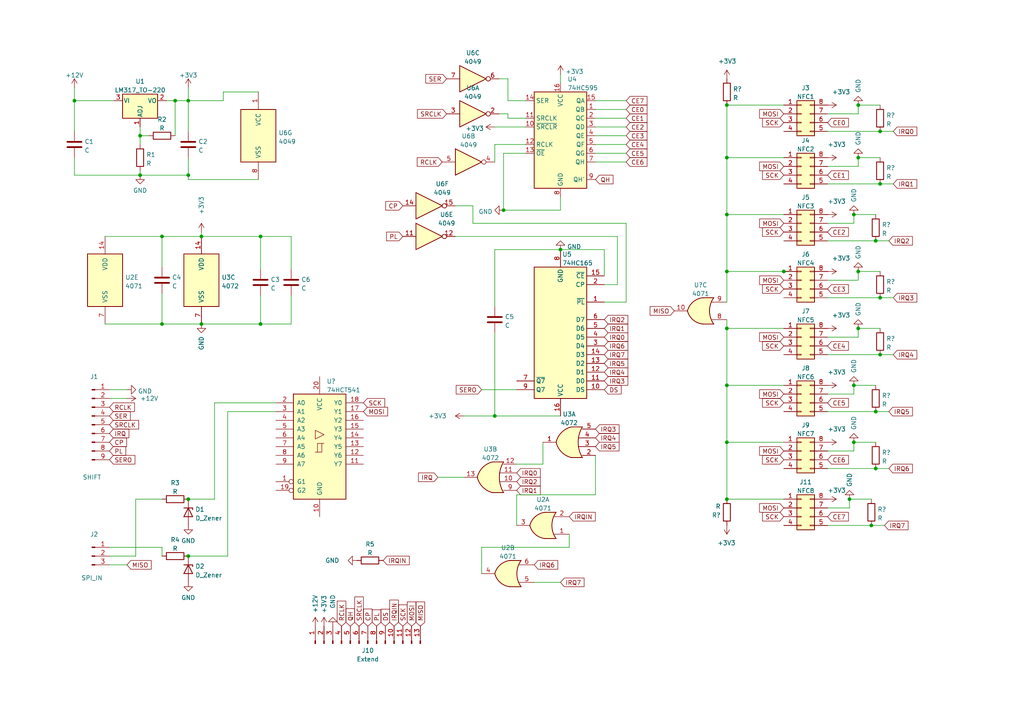
<source format=kicad_sch>
(kicad_sch (version 20211123) (generator eeschema)

  (uuid e63e39d7-6ac0-4ffd-8aa3-1841a4541b55)

  (paper "A4")

  

  (junction (at 162.56 72.39) (diameter 0) (color 0 0 0 0)
    (uuid 0ba5d62a-d634-47f8-b299-63d8b13774ed)
  )
  (junction (at 247.65 111.76) (diameter 0) (color 0 0 0 0)
    (uuid 14b3e645-fc4a-4b4f-b045-6331f8df9894)
  )
  (junction (at 248.92 95.25) (diameter 0) (color 0 0 0 0)
    (uuid 2ae194c3-a995-432a-a709-6a70ebbbc2f4)
  )
  (junction (at 143.51 120.65) (diameter 0) (color 0 0 0 0)
    (uuid 2dd54c2b-8684-4e09-8fff-e3963cfe36e9)
  )
  (junction (at 255.27 38.1) (diameter 0) (color 0 0 0 0)
    (uuid 2fd525c3-b4a5-4bb6-95aa-baef5d58172d)
  )
  (junction (at 40.64 39.37) (diameter 0) (color 0 0 0 0)
    (uuid 31995acd-80df-4908-80d1-82c6b238f1ef)
  )
  (junction (at 54.61 161.29) (diameter 0) (color 0 0 0 0)
    (uuid 31b91e33-3414-46d3-bf14-0ea79752a34c)
  )
  (junction (at 54.61 29.21) (diameter 0) (color 0 0 0 0)
    (uuid 410e855c-6848-4af9-9db0-e3077acd0a85)
  )
  (junction (at 210.82 78.74) (diameter 0) (color 0 0 0 0)
    (uuid 441ebf50-5bd2-4b12-b692-d1f5cbe221ea)
  )
  (junction (at 50.8 29.21) (diameter 0) (color 0 0 0 0)
    (uuid 45676493-f30b-43e9-be27-6fc73d4df73c)
  )
  (junction (at 246.38 144.78) (diameter 0) (color 0 0 0 0)
    (uuid 48abb5aa-1258-4116-9116-17518fa88399)
  )
  (junction (at 254 69.85) (diameter 0) (color 0 0 0 0)
    (uuid 5164a0bb-8b28-49d0-8c83-6f086185ebed)
  )
  (junction (at 46.99 93.98) (diameter 0) (color 0 0 0 0)
    (uuid 5c94014c-bf11-4cce-843e-32e2459eae66)
  )
  (junction (at 254 119.38) (diameter 0) (color 0 0 0 0)
    (uuid 5d60cb60-109f-4f47-a369-e940a4c7606c)
  )
  (junction (at 227.33 78.74) (diameter 0) (color 0 0 0 0)
    (uuid 658fd2d5-b12c-4ef2-89cd-3002ee2600ae)
  )
  (junction (at 58.42 68.58) (diameter 0) (color 0 0 0 0)
    (uuid 6f6fae6f-d6de-46e2-991f-cdb8d28950e2)
  )
  (junction (at 248.92 45.72) (diameter 0) (color 0 0 0 0)
    (uuid 70f3bc6d-a86a-4980-a450-8075920f36ca)
  )
  (junction (at 54.61 144.78) (diameter 0) (color 0 0 0 0)
    (uuid 74b5ad55-ed52-48a3-873c-45d50acfb2bd)
  )
  (junction (at 58.42 93.98) (diameter 0) (color 0 0 0 0)
    (uuid 7595fc7f-896f-48cb-b9eb-442899d17ebd)
  )
  (junction (at 248.92 30.48) (diameter 0) (color 0 0 0 0)
    (uuid 7dbfbe0b-d4fb-40cb-a329-e1ff03556f97)
  )
  (junction (at 210.82 111.76) (diameter 0) (color 0 0 0 0)
    (uuid 7ebb4ea7-17c5-4944-910d-2f2b0828b8b7)
  )
  (junction (at 46.99 68.58) (diameter 0) (color 0 0 0 0)
    (uuid 80896e2a-52b9-48cc-8663-4a0ba5fe8d33)
  )
  (junction (at 247.65 128.27) (diameter 0) (color 0 0 0 0)
    (uuid 843dbafe-3ce6-44b2-86d3-351497d87f30)
  )
  (junction (at 210.82 144.78) (diameter 0) (color 0 0 0 0)
    (uuid 8eabf6c8-1dc6-4b2b-bbdc-2e662b5fe8a1)
  )
  (junction (at 255.27 53.34) (diameter 0) (color 0 0 0 0)
    (uuid 929e48ea-87fb-4453-b503-12bf7046bdd8)
  )
  (junction (at 210.82 45.72) (diameter 0) (color 0 0 0 0)
    (uuid 9ba6a823-6f50-4825-af98-843a1a8c000a)
  )
  (junction (at 210.82 62.23) (diameter 0) (color 0 0 0 0)
    (uuid a3dabe1a-11ba-4de6-81ed-e9a5b413abc5)
  )
  (junction (at 75.565 93.98) (diameter 0) (color 0 0 0 0)
    (uuid a7ad5e76-feba-4dd4-96d6-a451686a9074)
  )
  (junction (at 247.65 62.23) (diameter 0) (color 0 0 0 0)
    (uuid b200d2b7-382f-4d57-a277-41c4570d4303)
  )
  (junction (at 54.61 50.8) (diameter 0) (color 0 0 0 0)
    (uuid b415e0b9-ec75-4968-ad11-baaa487b0c54)
  )
  (junction (at 146.05 60.96) (diameter 0) (color 0 0 0 0)
    (uuid b57de384-788a-4449-a20d-044d7e5883d0)
  )
  (junction (at 248.92 78.74) (diameter 0) (color 0 0 0 0)
    (uuid b9413e14-2f7e-47eb-9b04-b99ce1e3be86)
  )
  (junction (at 210.82 128.27) (diameter 0) (color 0 0 0 0)
    (uuid b9c871d8-c4a5-40a9-8f97-05f6ea592891)
  )
  (junction (at 21.59 29.21) (diameter 0) (color 0 0 0 0)
    (uuid c6794564-2f6b-4b42-abcc-d999a6aa3044)
  )
  (junction (at 252.73 152.4) (diameter 0) (color 0 0 0 0)
    (uuid cb81b1c0-3180-47df-afbc-15d496b1c8c7)
  )
  (junction (at 255.27 86.36) (diameter 0) (color 0 0 0 0)
    (uuid d485e687-3759-480c-8e18-a9da81a1382b)
  )
  (junction (at 40.64 50.8) (diameter 0) (color 0 0 0 0)
    (uuid f2b8c20f-1ffd-434f-a9c9-bdb5d6e6d6d5)
  )
  (junction (at 254 135.89) (diameter 0) (color 0 0 0 0)
    (uuid f4f71385-7d42-47d8-8103-cc2b4489284b)
  )
  (junction (at 210.82 30.48) (diameter 0) (color 0 0 0 0)
    (uuid f8bb5189-c2a9-4789-abdb-c747c26e216c)
  )
  (junction (at 255.27 102.87) (diameter 0) (color 0 0 0 0)
    (uuid fb880ad4-9522-4ce2-9836-b55483499c62)
  )
  (junction (at 75.565 68.58) (diameter 0) (color 0 0 0 0)
    (uuid ff28cf30-68bd-4f0a-a1f4-c13bd8fba94d)
  )
  (junction (at 210.82 95.25) (diameter 0) (color 0 0 0 0)
    (uuid ff79e65d-d43e-4db2-b233-19db2abbd443)
  )

  (wire (pts (xy 139.7 158.75) (xy 165.1 158.75))
    (stroke (width 0) (type default) (color 0 0 0 0))
    (uuid 0119ce77-7ba7-4181-bd3b-c5efafcea19f)
  )
  (wire (pts (xy 157.48 128.27) (xy 157.48 134.62))
    (stroke (width 0) (type default) (color 0 0 0 0))
    (uuid 06a36096-1c24-412b-9d95-476a30811e4a)
  )
  (wire (pts (xy 247.65 128.27) (xy 247.65 130.81))
    (stroke (width 0) (type default) (color 0 0 0 0))
    (uuid 0de20b67-3b6b-41b1-87de-79ba35586fd1)
  )
  (wire (pts (xy 210.82 92.71) (xy 210.82 95.25))
    (stroke (width 0) (type default) (color 0 0 0 0))
    (uuid 0eda18ed-4898-4c6a-aefa-15237819c304)
  )
  (wire (pts (xy 139.7 166.37) (xy 139.7 158.75))
    (stroke (width 0) (type default) (color 0 0 0 0))
    (uuid 12f80689-ecc6-40d3-a955-384b6fc5e6f1)
  )
  (wire (pts (xy 254 69.85) (xy 257.81 69.85))
    (stroke (width 0) (type default) (color 0 0 0 0))
    (uuid 1332af82-49c0-4600-8b58-e1d9beb568bb)
  )
  (wire (pts (xy 39.37 161.29) (xy 31.75 161.29))
    (stroke (width 0) (type default) (color 0 0 0 0))
    (uuid 1376df64-2002-4fe9-a740-b55f9403e1d3)
  )
  (wire (pts (xy 74.93 52.07) (xy 54.61 52.07))
    (stroke (width 0) (type default) (color 0 0 0 0))
    (uuid 15d4166e-70c1-4a95-9488-3d1b42457e7e)
  )
  (wire (pts (xy 147.32 29.21) (xy 152.4 29.21))
    (stroke (width 0) (type default) (color 0 0 0 0))
    (uuid 15d71070-01bc-48c5-8dfb-3818862ac2ee)
  )
  (wire (pts (xy 255.27 102.87) (xy 259.08 102.87))
    (stroke (width 0) (type default) (color 0 0 0 0))
    (uuid 17d018da-cadf-424a-872f-e4ed0000f196)
  )
  (wire (pts (xy 149.86 143.51) (xy 172.72 143.51))
    (stroke (width 0) (type default) (color 0 0 0 0))
    (uuid 19eda0d5-a0ee-4c45-af1e-2fe9f2c8b6f4)
  )
  (wire (pts (xy 143.51 88.9) (xy 143.51 72.39))
    (stroke (width 0) (type default) (color 0 0 0 0))
    (uuid 1b3402f8-d619-46f5-916d-5433b335d7d2)
  )
  (wire (pts (xy 210.82 95.25) (xy 210.82 111.76))
    (stroke (width 0) (type default) (color 0 0 0 0))
    (uuid 1d4fe8ca-1407-4aa6-9e53-82587616c39d)
  )
  (wire (pts (xy 149.86 152.4) (xy 149.86 143.51))
    (stroke (width 0) (type default) (color 0 0 0 0))
    (uuid 1f818c32-8842-43c2-9aef-7c215e990538)
  )
  (wire (pts (xy 248.92 48.26) (xy 248.92 45.72))
    (stroke (width 0) (type default) (color 0 0 0 0))
    (uuid 20d054bf-14b4-480d-bbe0-89fa97aa1455)
  )
  (wire (pts (xy 40.64 50.8) (xy 54.61 50.8))
    (stroke (width 0) (type default) (color 0 0 0 0))
    (uuid 228324d8-b075-42e5-8e80-c6e01392a6cf)
  )
  (wire (pts (xy 66.04 119.38) (xy 80.01 119.38))
    (stroke (width 0) (type default) (color 0 0 0 0))
    (uuid 234d02d6-9bfd-4104-bb82-878ceef23d6e)
  )
  (wire (pts (xy 162.56 72.39) (xy 175.26 72.39))
    (stroke (width 0) (type default) (color 0 0 0 0))
    (uuid 246dd283-8208-4c5c-b7ae-1c2b648b85be)
  )
  (wire (pts (xy 165.1 158.75) (xy 165.1 154.94))
    (stroke (width 0) (type default) (color 0 0 0 0))
    (uuid 24dc98a9-3302-4e72-aaa5-69f3ee26c4fb)
  )
  (wire (pts (xy 247.65 64.77) (xy 247.65 62.23))
    (stroke (width 0) (type default) (color 0 0 0 0))
    (uuid 251061e1-8224-4d96-ba66-d9090cd6d615)
  )
  (wire (pts (xy 66.04 161.29) (xy 66.04 119.38))
    (stroke (width 0) (type default) (color 0 0 0 0))
    (uuid 294ef37d-43a8-4843-809c-b82c4c862fba)
  )
  (wire (pts (xy 210.82 128.27) (xy 210.82 144.78))
    (stroke (width 0) (type default) (color 0 0 0 0))
    (uuid 2bffcd66-a20d-415e-b2a0-07648e7dc03c)
  )
  (wire (pts (xy 247.65 111.76) (xy 254 111.76))
    (stroke (width 0) (type default) (color 0 0 0 0))
    (uuid 2c154c96-9162-4a0c-88b6-48f0312a51a5)
  )
  (wire (pts (xy 143.51 36.83) (xy 152.4 36.83))
    (stroke (width 0) (type default) (color 0 0 0 0))
    (uuid 2c175f4a-b3c7-452c-9b57-d534d626b902)
  )
  (wire (pts (xy 54.61 144.78) (xy 62.23 144.78))
    (stroke (width 0) (type default) (color 0 0 0 0))
    (uuid 2c3f61c9-6705-4edc-b9b3-eb40c8d6629b)
  )
  (wire (pts (xy 246.38 144.78) (xy 246.38 147.32))
    (stroke (width 0) (type default) (color 0 0 0 0))
    (uuid 2d4321ae-b5d7-4ae0-a609-0147fb71de05)
  )
  (wire (pts (xy 175.26 72.39) (xy 175.26 80.01))
    (stroke (width 0) (type default) (color 0 0 0 0))
    (uuid 2eefca2d-4faf-40d0-a520-fdc9aa748d6a)
  )
  (wire (pts (xy 172.72 36.83) (xy 181.61 36.83))
    (stroke (width 0) (type default) (color 0 0 0 0))
    (uuid 306c01a5-dd8d-49f1-b008-3f4b213fadb9)
  )
  (wire (pts (xy 54.61 29.21) (xy 64.77 29.21))
    (stroke (width 0) (type default) (color 0 0 0 0))
    (uuid 31853406-9382-4b78-a40a-fe69f567c07f)
  )
  (wire (pts (xy 247.65 128.27) (xy 254 128.27))
    (stroke (width 0) (type default) (color 0 0 0 0))
    (uuid 33d24d81-3d24-4c6e-968d-e8cafcf81225)
  )
  (wire (pts (xy 248.92 81.28) (xy 248.92 78.74))
    (stroke (width 0) (type default) (color 0 0 0 0))
    (uuid 34d34098-1a3b-4e83-96d3-1c507ad592b0)
  )
  (wire (pts (xy 143.51 46.99) (xy 143.51 41.91))
    (stroke (width 0) (type default) (color 0 0 0 0))
    (uuid 360ae5e8-bfc3-482e-aeef-9e303ddc9649)
  )
  (wire (pts (xy 31.75 115.57) (xy 36.83 115.57))
    (stroke (width 0) (type default) (color 0 0 0 0))
    (uuid 36416441-fd7e-458e-b7d2-8bcaad570fff)
  )
  (wire (pts (xy 248.92 95.25) (xy 248.92 97.79))
    (stroke (width 0) (type default) (color 0 0 0 0))
    (uuid 36f894b8-dee9-4a99-93eb-c84c41c47bd4)
  )
  (wire (pts (xy 62.23 116.84) (xy 80.01 116.84))
    (stroke (width 0) (type default) (color 0 0 0 0))
    (uuid 37ee0835-b444-4086-9c2d-b5d3e22f674d)
  )
  (wire (pts (xy 62.23 144.78) (xy 62.23 116.84))
    (stroke (width 0) (type default) (color 0 0 0 0))
    (uuid 39f4cfb2-83db-4e03-b92a-87fee8070759)
  )
  (wire (pts (xy 210.82 45.72) (xy 210.82 30.48))
    (stroke (width 0) (type default) (color 0 0 0 0))
    (uuid 3c20d4d1-7804-4686-b0f6-e35a8bfe6b0b)
  )
  (wire (pts (xy 143.51 120.65) (xy 162.56 120.65))
    (stroke (width 0) (type default) (color 0 0 0 0))
    (uuid 3d7033de-46b8-45f0-9ce2-ba4450ea8633)
  )
  (wire (pts (xy 40.64 50.8) (xy 40.64 49.53))
    (stroke (width 0) (type default) (color 0 0 0 0))
    (uuid 3e4753ac-663f-47e1-8457-e59144432f0b)
  )
  (wire (pts (xy 84.455 85.725) (xy 84.455 93.98))
    (stroke (width 0) (type default) (color 0 0 0 0))
    (uuid 3f0ab420-7a76-4366-915b-75618f7efcce)
  )
  (wire (pts (xy 210.82 62.23) (xy 210.82 45.72))
    (stroke (width 0) (type default) (color 0 0 0 0))
    (uuid 40eb0b5b-4043-4706-9bc5-c36f08d8c9d6)
  )
  (wire (pts (xy 172.72 44.45) (xy 181.61 44.45))
    (stroke (width 0) (type default) (color 0 0 0 0))
    (uuid 413d24df-669d-4f9f-a456-9826042bbcfa)
  )
  (wire (pts (xy 210.82 111.76) (xy 210.82 128.27))
    (stroke (width 0) (type default) (color 0 0 0 0))
    (uuid 4235db28-bcd2-4b7c-a263-28aa9a6cdfe8)
  )
  (wire (pts (xy 255.27 38.1) (xy 259.08 38.1))
    (stroke (width 0) (type default) (color 0 0 0 0))
    (uuid 42e0b497-286a-42e5-98a9-a5d4d7b50a9d)
  )
  (wire (pts (xy 58.42 68.58) (xy 75.565 68.58))
    (stroke (width 0) (type default) (color 0 0 0 0))
    (uuid 46f602f9-adf0-4b1a-b37d-7a5564e1d854)
  )
  (wire (pts (xy 172.72 39.37) (xy 181.61 39.37))
    (stroke (width 0) (type default) (color 0 0 0 0))
    (uuid 47957b04-ff83-4dd8-887d-531d124a08a1)
  )
  (wire (pts (xy 143.51 120.65) (xy 143.51 96.52))
    (stroke (width 0) (type default) (color 0 0 0 0))
    (uuid 48ecbdc5-5223-497e-bb7d-a017525defc3)
  )
  (wire (pts (xy 31.75 113.03) (xy 36.83 113.03))
    (stroke (width 0) (type default) (color 0 0 0 0))
    (uuid 4a38ebaa-d818-48ad-9bce-ba08a5c7cabc)
  )
  (wire (pts (xy 21.59 29.21) (xy 33.02 29.21))
    (stroke (width 0) (type default) (color 0 0 0 0))
    (uuid 4a438103-2a20-4099-ac02-cd0c2d601367)
  )
  (wire (pts (xy 210.82 111.76) (xy 227.33 111.76))
    (stroke (width 0) (type default) (color 0 0 0 0))
    (uuid 4d75eb7d-a7b0-4fd0-8cfb-99212dea5b05)
  )
  (wire (pts (xy 84.455 78.105) (xy 84.455 68.58))
    (stroke (width 0) (type default) (color 0 0 0 0))
    (uuid 510bac75-8748-48c8-86d4-4ec4fa2cf6b1)
  )
  (wire (pts (xy 134.62 120.65) (xy 143.51 120.65))
    (stroke (width 0) (type default) (color 0 0 0 0))
    (uuid 59598576-6f68-4e88-b998-e74990360b38)
  )
  (wire (pts (xy 240.03 147.32) (xy 246.38 147.32))
    (stroke (width 0) (type default) (color 0 0 0 0))
    (uuid 59eb83cf-4f1d-43a9-a4c4-c02a715a6d1c)
  )
  (wire (pts (xy 172.72 34.29) (xy 181.61 34.29))
    (stroke (width 0) (type default) (color 0 0 0 0))
    (uuid 5a1a08fe-799c-4f56-9bbe-ff3bc97e83f5)
  )
  (wire (pts (xy 147.32 33.02) (xy 147.32 34.29))
    (stroke (width 0) (type default) (color 0 0 0 0))
    (uuid 6098c352-746d-4b45-837a-89332c9fa50e)
  )
  (wire (pts (xy 147.32 22.86) (xy 147.32 29.21))
    (stroke (width 0) (type default) (color 0 0 0 0))
    (uuid 625b9bf7-dfe1-4520-94b9-8d43b7ed8b59)
  )
  (wire (pts (xy 75.565 85.725) (xy 75.565 93.98))
    (stroke (width 0) (type default) (color 0 0 0 0))
    (uuid 62912a0c-eb33-48cf-9eb7-50a3082f2008)
  )
  (wire (pts (xy 248.92 30.48) (xy 255.27 30.48))
    (stroke (width 0) (type default) (color 0 0 0 0))
    (uuid 62bf57ea-1cc6-419a-b675-582a2321639a)
  )
  (wire (pts (xy 175.26 87.63) (xy 181.61 87.63))
    (stroke (width 0) (type default) (color 0 0 0 0))
    (uuid 64c82c86-69c0-49fc-83d7-d62b467d57cf)
  )
  (wire (pts (xy 252.73 152.4) (xy 256.54 152.4))
    (stroke (width 0) (type default) (color 0 0 0 0))
    (uuid 6736bf27-f457-4c54-aae9-2a7818091d26)
  )
  (wire (pts (xy 40.64 39.37) (xy 40.64 41.91))
    (stroke (width 0) (type default) (color 0 0 0 0))
    (uuid 69c34677-f992-4890-8800-50c4c5447b1f)
  )
  (wire (pts (xy 240.03 38.1) (xy 255.27 38.1))
    (stroke (width 0) (type default) (color 0 0 0 0))
    (uuid 69cf8315-59d9-4f01-b1e1-f70139c0c89a)
  )
  (wire (pts (xy 172.72 31.75) (xy 181.61 31.75))
    (stroke (width 0) (type default) (color 0 0 0 0))
    (uuid 6b8fe6da-d4d7-449b-8872-33cb6bd50e7a)
  )
  (wire (pts (xy 240.03 135.89) (xy 254 135.89))
    (stroke (width 0) (type default) (color 0 0 0 0))
    (uuid 6e1f6f0f-7109-457a-bfa7-6c30a9197ab0)
  )
  (wire (pts (xy 162.56 21.59) (xy 162.56 24.13))
    (stroke (width 0) (type default) (color 0 0 0 0))
    (uuid 70108c4e-0bd7-4861-af2d-4e18adbd67a4)
  )
  (wire (pts (xy 21.59 50.8) (xy 40.64 50.8))
    (stroke (width 0) (type default) (color 0 0 0 0))
    (uuid 7111b132-827b-4363-a82f-490a6a77789b)
  )
  (wire (pts (xy 31.75 163.83) (xy 36.83 163.83))
    (stroke (width 0) (type default) (color 0 0 0 0))
    (uuid 743c5215-9373-4b66-a4da-fe4d948f328b)
  )
  (wire (pts (xy 54.61 50.8) (xy 54.61 45.72))
    (stroke (width 0) (type default) (color 0 0 0 0))
    (uuid 753633ed-c365-425b-81b3-bd233befd3b8)
  )
  (wire (pts (xy 247.65 62.23) (xy 254 62.23))
    (stroke (width 0) (type default) (color 0 0 0 0))
    (uuid 768e39de-01aa-4717-af7d-65f894311b41)
  )
  (wire (pts (xy 46.99 77.47) (xy 46.99 68.58))
    (stroke (width 0) (type default) (color 0 0 0 0))
    (uuid 7a93b586-db30-4688-9f8f-ff5c9449a93a)
  )
  (wire (pts (xy 240.03 33.02) (xy 248.92 33.02))
    (stroke (width 0) (type default) (color 0 0 0 0))
    (uuid 7b606487-4aa3-4c84-bfe8-560aab2b7348)
  )
  (wire (pts (xy 30.48 68.58) (xy 46.99 68.58))
    (stroke (width 0) (type default) (color 0 0 0 0))
    (uuid 7ce0b7b3-350c-4417-a4a4-04a1bb6d426e)
  )
  (wire (pts (xy 64.77 26.67) (xy 74.93 26.67))
    (stroke (width 0) (type default) (color 0 0 0 0))
    (uuid 7d079585-edde-4c06-aa5f-45d8870abf29)
  )
  (wire (pts (xy 154.94 168.91) (xy 162.56 168.91))
    (stroke (width 0) (type default) (color 0 0 0 0))
    (uuid 7d56da4d-1991-4005-a8dd-d490ac6cb8b1)
  )
  (wire (pts (xy 54.61 25.4) (xy 54.61 29.21))
    (stroke (width 0) (type default) (color 0 0 0 0))
    (uuid 7da36fa0-b9f7-44d5-b5d8-72142e4abe12)
  )
  (wire (pts (xy 210.82 144.78) (xy 227.33 144.78))
    (stroke (width 0) (type default) (color 0 0 0 0))
    (uuid 7dcf3fcf-ebb1-41e1-8053-466dddb8f79c)
  )
  (wire (pts (xy 137.16 59.69) (xy 137.16 64.77))
    (stroke (width 0) (type default) (color 0 0 0 0))
    (uuid 8187bd0d-083c-4510-b9ab-217189c6ced9)
  )
  (wire (pts (xy 248.92 78.74) (xy 255.27 78.74))
    (stroke (width 0) (type default) (color 0 0 0 0))
    (uuid 81887191-7997-408d-991d-067bc9eabd93)
  )
  (wire (pts (xy 210.82 45.72) (xy 227.33 45.72))
    (stroke (width 0) (type default) (color 0 0 0 0))
    (uuid 820abfc2-f0d9-40e5-bec8-093ccb366273)
  )
  (wire (pts (xy 210.82 78.74) (xy 210.82 62.23))
    (stroke (width 0) (type default) (color 0 0 0 0))
    (uuid 8a5c0cbc-133f-452c-934c-c4a7a368302a)
  )
  (wire (pts (xy 254 119.38) (xy 257.81 119.38))
    (stroke (width 0) (type default) (color 0 0 0 0))
    (uuid 91da6b49-fcc1-4a8c-a90e-53d774fe81bf)
  )
  (wire (pts (xy 210.82 30.48) (xy 227.33 30.48))
    (stroke (width 0) (type default) (color 0 0 0 0))
    (uuid 93e8397a-0a6a-4d4b-924e-7d5ff450df59)
  )
  (wire (pts (xy 240.03 97.79) (xy 248.92 97.79))
    (stroke (width 0) (type default) (color 0 0 0 0))
    (uuid 961c4608-cb6a-47e4-a239-c4e4c10152ce)
  )
  (wire (pts (xy 240.03 64.77) (xy 247.65 64.77))
    (stroke (width 0) (type default) (color 0 0 0 0))
    (uuid 96ecd04e-2725-4e82-b525-0553794a5fec)
  )
  (wire (pts (xy 147.32 34.29) (xy 152.4 34.29))
    (stroke (width 0) (type default) (color 0 0 0 0))
    (uuid 99000d6c-394b-49a3-b8df-fcb1ba01523f)
  )
  (wire (pts (xy 240.03 48.26) (xy 248.92 48.26))
    (stroke (width 0) (type default) (color 0 0 0 0))
    (uuid 9963b5bb-de52-412d-beb1-8ae6c5881b4f)
  )
  (wire (pts (xy 172.72 29.21) (xy 181.61 29.21))
    (stroke (width 0) (type default) (color 0 0 0 0))
    (uuid 9a58dacb-76db-49b5-a529-23a7024109c2)
  )
  (wire (pts (xy 84.455 68.58) (xy 75.565 68.58))
    (stroke (width 0) (type default) (color 0 0 0 0))
    (uuid 9ab93724-c0e6-46c4-9070-4bf7b9d966ae)
  )
  (wire (pts (xy 46.99 158.75) (xy 31.75 158.75))
    (stroke (width 0) (type default) (color 0 0 0 0))
    (uuid 9e165060-1447-4ff1-9215-f338778f37c6)
  )
  (wire (pts (xy 227.33 78.74) (xy 228.6 78.74))
    (stroke (width 0) (type default) (color 0 0 0 0))
    (uuid 9eda781b-c918-48d8-88a1-bbda011752c1)
  )
  (wire (pts (xy 46.99 85.09) (xy 46.99 93.98))
    (stroke (width 0) (type default) (color 0 0 0 0))
    (uuid 9f4de2e9-e936-4912-bb1f-a3cbb745b5e4)
  )
  (wire (pts (xy 247.65 111.76) (xy 247.65 114.3))
    (stroke (width 0) (type default) (color 0 0 0 0))
    (uuid a7bf31f8-7ac8-4e8d-86e7-4c60aa2fc1a0)
  )
  (wire (pts (xy 144.78 33.02) (xy 147.32 33.02))
    (stroke (width 0) (type default) (color 0 0 0 0))
    (uuid a8506b4b-38d5-471b-9bb2-94c66343684b)
  )
  (wire (pts (xy 146.05 44.45) (xy 146.05 60.96))
    (stroke (width 0) (type default) (color 0 0 0 0))
    (uuid a9ff28fc-aabe-4e63-b238-a6f1871086ca)
  )
  (wire (pts (xy 240.03 152.4) (xy 252.73 152.4))
    (stroke (width 0) (type default) (color 0 0 0 0))
    (uuid aaaf3518-cf3d-4add-9e60-0f8f880777a4)
  )
  (wire (pts (xy 54.61 52.07) (xy 54.61 50.8))
    (stroke (width 0) (type default) (color 0 0 0 0))
    (uuid ab0fc6cb-56fa-44bc-b3ea-4c98ae61624a)
  )
  (wire (pts (xy 240.03 119.38) (xy 254 119.38))
    (stroke (width 0) (type default) (color 0 0 0 0))
    (uuid acd118ef-5003-4a76-b509-9118820b4c3a)
  )
  (wire (pts (xy 254 135.89) (xy 257.81 135.89))
    (stroke (width 0) (type default) (color 0 0 0 0))
    (uuid ad3dda2d-9ce4-473e-997d-98ad38204dce)
  )
  (wire (pts (xy 149.86 134.62) (xy 157.48 134.62))
    (stroke (width 0) (type default) (color 0 0 0 0))
    (uuid adc15fcb-ad08-433c-aac3-855fc69caf70)
  )
  (wire (pts (xy 146.05 60.96) (xy 162.56 60.96))
    (stroke (width 0) (type default) (color 0 0 0 0))
    (uuid ae45ab7f-b20c-4548-998c-86496202ade3)
  )
  (wire (pts (xy 58.42 93.98) (xy 75.565 93.98))
    (stroke (width 0) (type default) (color 0 0 0 0))
    (uuid b035dc11-e59c-4582-b953-106350171d94)
  )
  (wire (pts (xy 137.16 64.77) (xy 181.61 64.77))
    (stroke (width 0) (type default) (color 0 0 0 0))
    (uuid b0a69466-ed59-4dcc-9b28-b277f61d4210)
  )
  (wire (pts (xy 248.92 95.25) (xy 255.27 95.25))
    (stroke (width 0) (type default) (color 0 0 0 0))
    (uuid b2efbd9f-b79e-4bc1-840c-aa85a0f4b20e)
  )
  (wire (pts (xy 30.48 93.98) (xy 46.99 93.98))
    (stroke (width 0) (type default) (color 0 0 0 0))
    (uuid b350d964-0693-4a95-98a3-e7f92d7cf56d)
  )
  (wire (pts (xy 46.99 93.98) (xy 58.42 93.98))
    (stroke (width 0) (type default) (color 0 0 0 0))
    (uuid b7759abf-1d39-47f7-b266-d104dbac0e92)
  )
  (wire (pts (xy 240.03 130.81) (xy 247.65 130.81))
    (stroke (width 0) (type default) (color 0 0 0 0))
    (uuid b7a0bad2-b4a4-4aa2-929c-06f03cb704d9)
  )
  (wire (pts (xy 54.61 161.29) (xy 66.04 161.29))
    (stroke (width 0) (type default) (color 0 0 0 0))
    (uuid b7ddaccd-9cb5-455f-926a-0c26fd1d1523)
  )
  (wire (pts (xy 58.42 67.31) (xy 58.42 68.58))
    (stroke (width 0) (type default) (color 0 0 0 0))
    (uuid b844db36-9701-47f1-9677-075a8410b78a)
  )
  (wire (pts (xy 240.03 114.3) (xy 247.65 114.3))
    (stroke (width 0) (type default) (color 0 0 0 0))
    (uuid b9c8ef0d-f97c-416a-89d4-cf3c4f9e54d1)
  )
  (wire (pts (xy 50.8 29.21) (xy 48.26 29.21))
    (stroke (width 0) (type default) (color 0 0 0 0))
    (uuid bafa9113-3944-41af-9108-2280550a3d9f)
  )
  (wire (pts (xy 240.03 53.34) (xy 255.27 53.34))
    (stroke (width 0) (type default) (color 0 0 0 0))
    (uuid bc1c0c83-6dd2-4445-9d41-e597436c04d6)
  )
  (wire (pts (xy 240.03 69.85) (xy 254 69.85))
    (stroke (width 0) (type default) (color 0 0 0 0))
    (uuid bc40b13c-4089-4512-bc90-0cf88959351a)
  )
  (wire (pts (xy 248.92 45.72) (xy 255.27 45.72))
    (stroke (width 0) (type default) (color 0 0 0 0))
    (uuid bc46d662-d8da-4ca3-b3dd-91b3f41ed5fd)
  )
  (wire (pts (xy 240.03 102.87) (xy 255.27 102.87))
    (stroke (width 0) (type default) (color 0 0 0 0))
    (uuid bd9f768a-923f-454e-bcda-bb5695ef2718)
  )
  (wire (pts (xy 84.455 93.98) (xy 75.565 93.98))
    (stroke (width 0) (type default) (color 0 0 0 0))
    (uuid be7cb700-3d99-4cd8-9ce6-aeefb1daeab8)
  )
  (wire (pts (xy 54.61 29.21) (xy 54.61 38.1))
    (stroke (width 0) (type default) (color 0 0 0 0))
    (uuid bf6f0806-d4fc-4b96-812b-6601df142096)
  )
  (wire (pts (xy 152.4 44.45) (xy 146.05 44.45))
    (stroke (width 0) (type default) (color 0 0 0 0))
    (uuid c0237b9d-d9aa-4e63-8841-520136be5121)
  )
  (wire (pts (xy 246.38 144.78) (xy 252.73 144.78))
    (stroke (width 0) (type default) (color 0 0 0 0))
    (uuid c1001afe-4091-4f38-b9a4-1acc3ccdbd30)
  )
  (wire (pts (xy 210.82 95.25) (xy 227.33 95.25))
    (stroke (width 0) (type default) (color 0 0 0 0))
    (uuid c17bee75-04ad-4ae9-81ad-ef8d6a1c8f04)
  )
  (wire (pts (xy 179.07 68.58) (xy 179.07 82.55))
    (stroke (width 0) (type default) (color 0 0 0 0))
    (uuid c20f9c7e-31d1-4252-b373-4b2370e82445)
  )
  (wire (pts (xy 127 138.43) (xy 134.62 138.43))
    (stroke (width 0) (type default) (color 0 0 0 0))
    (uuid c27bc080-9c7b-4edf-a5fd-10c749d19c45)
  )
  (wire (pts (xy 143.51 72.39) (xy 162.56 72.39))
    (stroke (width 0) (type default) (color 0 0 0 0))
    (uuid c6d6e507-6a2e-4e1d-8f65-6bc087485d65)
  )
  (wire (pts (xy 240.03 86.36) (xy 255.27 86.36))
    (stroke (width 0) (type default) (color 0 0 0 0))
    (uuid c8073ffd-dacf-4d29-824b-ac5e16c79cd9)
  )
  (wire (pts (xy 172.72 41.91) (xy 181.61 41.91))
    (stroke (width 0) (type default) (color 0 0 0 0))
    (uuid c8710438-d701-4254-a716-c5755ddfda09)
  )
  (wire (pts (xy 21.59 25.4) (xy 21.59 29.21))
    (stroke (width 0) (type default) (color 0 0 0 0))
    (uuid ca488ac3-6643-4e5d-b9e5-5df04237c6de)
  )
  (wire (pts (xy 21.59 45.72) (xy 21.59 50.8))
    (stroke (width 0) (type default) (color 0 0 0 0))
    (uuid cbe6df12-529c-4b15-851d-fb7ff22b8047)
  )
  (wire (pts (xy 210.82 128.27) (xy 227.33 128.27))
    (stroke (width 0) (type default) (color 0 0 0 0))
    (uuid ce8fb242-b89c-406e-aa73-f755124e1983)
  )
  (wire (pts (xy 40.64 36.83) (xy 40.64 39.37))
    (stroke (width 0) (type default) (color 0 0 0 0))
    (uuid cebd43a3-9fe6-40ed-99d9-d317cc81cffe)
  )
  (wire (pts (xy 39.37 144.78) (xy 46.99 144.78))
    (stroke (width 0) (type default) (color 0 0 0 0))
    (uuid cfca090b-bf87-4ca1-93bb-86ccb350011a)
  )
  (wire (pts (xy 46.99 161.29) (xy 46.99 158.75))
    (stroke (width 0) (type default) (color 0 0 0 0))
    (uuid d1c89dd6-f52f-431c-82b7-cf3dcb4ff214)
  )
  (wire (pts (xy 144.78 22.86) (xy 147.32 22.86))
    (stroke (width 0) (type default) (color 0 0 0 0))
    (uuid d26be3e8-0cfc-4df0-9d16-547a6f4ec1d7)
  )
  (wire (pts (xy 39.37 144.78) (xy 39.37 161.29))
    (stroke (width 0) (type default) (color 0 0 0 0))
    (uuid d2c0d90d-d7e9-49f8-ab1c-b1596e20df08)
  )
  (wire (pts (xy 172.72 46.99) (xy 181.61 46.99))
    (stroke (width 0) (type default) (color 0 0 0 0))
    (uuid d2c65b3f-9883-4901-ab88-f920ef23866f)
  )
  (wire (pts (xy 21.59 29.21) (xy 21.59 38.1))
    (stroke (width 0) (type default) (color 0 0 0 0))
    (uuid d699b858-3227-4ab2-888a-af8a0a21e103)
  )
  (wire (pts (xy 132.08 68.58) (xy 179.07 68.58))
    (stroke (width 0) (type default) (color 0 0 0 0))
    (uuid d821589a-5c89-48a1-9d52-9a8361b756fe)
  )
  (wire (pts (xy 172.72 143.51) (xy 172.72 132.08))
    (stroke (width 0) (type default) (color 0 0 0 0))
    (uuid d85a9c34-5ec6-49b7-8711-7895a7f67990)
  )
  (wire (pts (xy 248.92 33.02) (xy 248.92 30.48))
    (stroke (width 0) (type default) (color 0 0 0 0))
    (uuid d9d92b5b-c3dd-4234-8353-e14fd4b2541c)
  )
  (wire (pts (xy 210.82 78.74) (xy 227.33 78.74))
    (stroke (width 0) (type default) (color 0 0 0 0))
    (uuid da180151-e36f-48ec-9bcf-7c0bf4ce9faf)
  )
  (wire (pts (xy 132.08 59.69) (xy 137.16 59.69))
    (stroke (width 0) (type default) (color 0 0 0 0))
    (uuid e04e8116-87b4-4c5d-bd9a-b3782f9726b4)
  )
  (wire (pts (xy 181.61 87.63) (xy 181.61 64.77))
    (stroke (width 0) (type default) (color 0 0 0 0))
    (uuid e25e340d-3520-412b-a59d-0c8ba9acb2ae)
  )
  (wire (pts (xy 50.8 39.37) (xy 50.8 29.21))
    (stroke (width 0) (type default) (color 0 0 0 0))
    (uuid e3cd0807-d536-4e16-aaaf-3a9e375d7f11)
  )
  (wire (pts (xy 162.56 60.96) (xy 162.56 57.15))
    (stroke (width 0) (type default) (color 0 0 0 0))
    (uuid e55ce32a-0c60-4a82-89c4-01977b2ab513)
  )
  (wire (pts (xy 50.8 29.21) (xy 54.61 29.21))
    (stroke (width 0) (type default) (color 0 0 0 0))
    (uuid e85fc3cb-a2e0-4afd-bd84-d15567085076)
  )
  (wire (pts (xy 175.26 82.55) (xy 179.07 82.55))
    (stroke (width 0) (type default) (color 0 0 0 0))
    (uuid e8fc78c6-0009-4a31-a7ee-86ba65cac06a)
  )
  (wire (pts (xy 139.7 113.03) (xy 149.86 113.03))
    (stroke (width 0) (type default) (color 0 0 0 0))
    (uuid e9ae824b-a77c-4b78-8fbb-5884ff6a1b5d)
  )
  (wire (pts (xy 255.27 86.36) (xy 259.08 86.36))
    (stroke (width 0) (type default) (color 0 0 0 0))
    (uuid ea74ac65-471b-427a-b85b-b77a5fd55d33)
  )
  (wire (pts (xy 210.82 87.63) (xy 210.82 78.74))
    (stroke (width 0) (type default) (color 0 0 0 0))
    (uuid eddbf79c-f74a-46c5-aa2b-5c5509cf0a8f)
  )
  (wire (pts (xy 143.51 41.91) (xy 152.4 41.91))
    (stroke (width 0) (type default) (color 0 0 0 0))
    (uuid ede29981-7c95-43a4-b517-4e7cdbf1313a)
  )
  (wire (pts (xy 64.77 29.21) (xy 64.77 26.67))
    (stroke (width 0) (type default) (color 0 0 0 0))
    (uuid ef989a17-e9ed-409c-bda6-b326dd778c58)
  )
  (wire (pts (xy 210.82 62.23) (xy 227.33 62.23))
    (stroke (width 0) (type default) (color 0 0 0 0))
    (uuid f2d76c95-b2bc-4f73-8db2-c2168eae5efa)
  )
  (wire (pts (xy 240.03 81.28) (xy 248.92 81.28))
    (stroke (width 0) (type default) (color 0 0 0 0))
    (uuid f443bfda-d601-4d9b-bf5a-cafa0edb063f)
  )
  (wire (pts (xy 75.565 68.58) (xy 75.565 78.105))
    (stroke (width 0) (type default) (color 0 0 0 0))
    (uuid f4f7f33f-a050-4cbb-85e6-28b67bcca9a5)
  )
  (wire (pts (xy 255.27 53.34) (xy 259.08 53.34))
    (stroke (width 0) (type default) (color 0 0 0 0))
    (uuid f4f87d9c-75d0-45fe-a49d-6b5767850205)
  )
  (wire (pts (xy 40.64 39.37) (xy 43.18 39.37))
    (stroke (width 0) (type default) (color 0 0 0 0))
    (uuid f6b90adf-709f-4f25-9667-0fd36e07095d)
  )
  (wire (pts (xy 46.99 68.58) (xy 58.42 68.58))
    (stroke (width 0) (type default) (color 0 0 0 0))
    (uuid fd6cbe3a-0f31-4305-936d-c2c9af7cfa61)
  )

  (global_label "SCK" (shape input) (at 227.33 116.84 180) (fields_autoplaced)
    (effects (font (size 1.27 1.27)) (justify right))
    (uuid 0369b2cb-ac3d-41ec-adb6-0a81102d7fbb)
    (property "Intersheet References" "${INTERSHEET_REFS}" (id 0) (at 221.1674 116.9194 0)
      (effects (font (size 1.27 1.27)) (justify right) hide)
    )
  )
  (global_label "MOSI" (shape input) (at 227.33 97.79 180) (fields_autoplaced)
    (effects (font (size 1.27 1.27)) (justify right))
    (uuid 0484552e-90f5-422e-a7cb-21e00e2f5409)
    (property "Intersheet References" "${INTERSHEET_REFS}" (id 0) (at 220.3207 97.8694 0)
      (effects (font (size 1.27 1.27)) (justify right) hide)
    )
  )
  (global_label "CE6" (shape input) (at 240.03 133.35 0) (fields_autoplaced)
    (effects (font (size 1.27 1.27)) (justify left))
    (uuid 05d4adf8-0e64-4128-af31-366227dd554f)
    (property "Intersheet References" "${INTERSHEET_REFS}" (id 0) (at 246.0717 133.2706 0)
      (effects (font (size 1.27 1.27)) (justify left) hide)
    )
  )
  (global_label "CE7" (shape input) (at 240.03 149.86 0) (fields_autoplaced)
    (effects (font (size 1.27 1.27)) (justify left))
    (uuid 069dd557-a11e-4d4a-aa50-64bc15befb2c)
    (property "Intersheet References" "${INTERSHEET_REFS}" (id 0) (at 246.0717 149.7806 0)
      (effects (font (size 1.27 1.27)) (justify left) hide)
    )
  )
  (global_label "SCK" (shape input) (at 227.33 35.56 180) (fields_autoplaced)
    (effects (font (size 1.27 1.27)) (justify right))
    (uuid 09f2045e-21b0-41b9-a0e3-49bd7223f2b6)
    (property "Intersheet References" "${INTERSHEET_REFS}" (id 0) (at 221.1674 35.6394 0)
      (effects (font (size 1.27 1.27)) (justify right) hide)
    )
  )
  (global_label "IRQ5" (shape input) (at 172.72 129.54 0) (fields_autoplaced)
    (effects (font (size 1.27 1.27)) (justify left))
    (uuid 0a757607-00ca-49c0-b490-25095f0f0396)
    (property "Intersheet References" "${INTERSHEET_REFS}" (id 0) (at 179.5479 129.6194 0)
      (effects (font (size 1.27 1.27)) (justify left) hide)
    )
  )
  (global_label "MOSI" (shape input) (at 119.38 181.61 90) (fields_autoplaced)
    (effects (font (size 1.27 1.27)) (justify left))
    (uuid 0ad8b667-d7b3-437f-9664-4f424c713886)
    (property "Intersheet References" "${INTERSHEET_REFS}" (id 0) (at 119.3006 174.6007 90)
      (effects (font (size 1.27 1.27)) (justify left) hide)
    )
  )
  (global_label "MISO" (shape input) (at 195.58 90.17 180) (fields_autoplaced)
    (effects (font (size 1.27 1.27)) (justify right))
    (uuid 0d977229-cc7e-4ff7-b322-14763b89e980)
    (property "Intersheet References" "${INTERSHEET_REFS}" (id 0) (at 188.5707 90.2494 0)
      (effects (font (size 1.27 1.27)) (justify right) hide)
    )
  )
  (global_label "SCK" (shape input) (at 105.41 116.84 0) (fields_autoplaced)
    (effects (font (size 1.27 1.27)) (justify left))
    (uuid 0de4563f-1451-4f72-90ff-8da0860fe4e4)
    (property "Intersheet References" "${INTERSHEET_REFS}" (id 0) (at 111.5726 116.7606 0)
      (effects (font (size 1.27 1.27)) (justify left) hide)
    )
  )
  (global_label "IRQ2" (shape input) (at 149.86 139.7 0) (fields_autoplaced)
    (effects (font (size 1.27 1.27)) (justify left))
    (uuid 101c5159-b6a7-4685-b2cd-7587b7e43b41)
    (property "Intersheet References" "${INTERSHEET_REFS}" (id 0) (at 156.6879 139.7794 0)
      (effects (font (size 1.27 1.27)) (justify left) hide)
    )
  )
  (global_label "QH" (shape input) (at 101.6 181.61 90) (fields_autoplaced)
    (effects (font (size 1.27 1.27)) (justify left))
    (uuid 10580586-692c-496d-9079-0035ba518796)
    (property "Intersheet References" "${INTERSHEET_REFS}" (id 0) (at 101.5206 176.5359 90)
      (effects (font (size 1.27 1.27)) (justify left) hide)
    )
  )
  (global_label "IRQ4" (shape input) (at 259.08 102.87 0) (fields_autoplaced)
    (effects (font (size 1.27 1.27)) (justify left))
    (uuid 106db72a-cf20-41ce-b171-2fe09897a64c)
    (property "Intersheet References" "${INTERSHEET_REFS}" (id 0) (at 265.9079 102.7906 0)
      (effects (font (size 1.27 1.27)) (justify left) hide)
    )
  )
  (global_label "CE0" (shape input) (at 240.03 35.56 0) (fields_autoplaced)
    (effects (font (size 1.27 1.27)) (justify left))
    (uuid 118bdbd5-1ebc-4cd9-ab73-848329b5cfb6)
    (property "Intersheet References" "${INTERSHEET_REFS}" (id 0) (at 246.0717 35.4806 0)
      (effects (font (size 1.27 1.27)) (justify left) hide)
    )
  )
  (global_label "IRQ0" (shape input) (at 175.26 97.79 0) (fields_autoplaced)
    (effects (font (size 1.27 1.27)) (justify left))
    (uuid 126a2018-07fc-4ef5-872c-d0f705a4a61e)
    (property "Intersheet References" "${INTERSHEET_REFS}" (id 0) (at 182.0879 97.8694 0)
      (effects (font (size 1.27 1.27)) (justify left) hide)
    )
  )
  (global_label "SCK" (shape input) (at 116.84 181.61 90) (fields_autoplaced)
    (effects (font (size 1.27 1.27)) (justify left))
    (uuid 12c7f530-2c12-47b9-9773-33b38a1bb76c)
    (property "Intersheet References" "${INTERSHEET_REFS}" (id 0) (at 116.7606 175.4474 90)
      (effects (font (size 1.27 1.27)) (justify left) hide)
    )
  )
  (global_label "CE1" (shape input) (at 240.03 50.8 0) (fields_autoplaced)
    (effects (font (size 1.27 1.27)) (justify left))
    (uuid 156f6912-0426-4715-846f-560f40746f77)
    (property "Intersheet References" "${INTERSHEET_REFS}" (id 0) (at 246.0717 50.7206 0)
      (effects (font (size 1.27 1.27)) (justify left) hide)
    )
  )
  (global_label "CE3" (shape input) (at 181.61 39.37 0) (fields_autoplaced)
    (effects (font (size 1.27 1.27)) (justify left))
    (uuid 1704d689-cfe9-4637-8bc8-4def52044d9f)
    (property "Intersheet References" "${INTERSHEET_REFS}" (id 0) (at 187.6517 39.4494 0)
      (effects (font (size 1.27 1.27)) (justify left) hide)
    )
  )
  (global_label "QH" (shape input) (at 172.72 52.07 0) (fields_autoplaced)
    (effects (font (size 1.27 1.27)) (justify left))
    (uuid 192597d8-8044-4d32-a4bc-d1edc0ad4c0a)
    (property "Intersheet References" "${INTERSHEET_REFS}" (id 0) (at 177.7941 51.9906 0)
      (effects (font (size 1.27 1.27)) (justify left) hide)
    )
  )
  (global_label "MOSI" (shape input) (at 227.33 33.02 180) (fields_autoplaced)
    (effects (font (size 1.27 1.27)) (justify right))
    (uuid 1bfbd310-faf7-4bba-b258-0cf0519f8ff9)
    (property "Intersheet References" "${INTERSHEET_REFS}" (id 0) (at 220.3207 33.0994 0)
      (effects (font (size 1.27 1.27)) (justify right) hide)
    )
  )
  (global_label "SRCLK" (shape input) (at 129.54 33.02 180) (fields_autoplaced)
    (effects (font (size 1.27 1.27)) (justify right))
    (uuid 1df9b926-420c-4868-b234-286e2327029a)
    (property "Intersheet References" "${INTERSHEET_REFS}" (id 0) (at 121.0793 32.9406 0)
      (effects (font (size 1.27 1.27)) (justify right) hide)
    )
  )
  (global_label "RCLK" (shape input) (at 128.27 46.99 180) (fields_autoplaced)
    (effects (font (size 1.27 1.27)) (justify right))
    (uuid 1f5d8d4c-52db-4d4d-99bb-fd209dbbc195)
    (property "Intersheet References" "${INTERSHEET_REFS}" (id 0) (at 121.0188 46.9106 0)
      (effects (font (size 1.27 1.27)) (justify right) hide)
    )
  )
  (global_label "IRQ3" (shape input) (at 259.08 86.36 0) (fields_autoplaced)
    (effects (font (size 1.27 1.27)) (justify left))
    (uuid 210acc9e-289c-42e2-95fb-ddc45aa816d6)
    (property "Intersheet References" "${INTERSHEET_REFS}" (id 0) (at 265.9079 86.2806 0)
      (effects (font (size 1.27 1.27)) (justify left) hide)
    )
  )
  (global_label "IRQ3" (shape input) (at 175.26 110.49 0) (fields_autoplaced)
    (effects (font (size 1.27 1.27)) (justify left))
    (uuid 2991f23a-5baf-448a-ba7a-12dbf6f52e56)
    (property "Intersheet References" "${INTERSHEET_REFS}" (id 0) (at 182.0879 110.5694 0)
      (effects (font (size 1.27 1.27)) (justify left) hide)
    )
  )
  (global_label "SCK" (shape input) (at 227.33 83.82 180) (fields_autoplaced)
    (effects (font (size 1.27 1.27)) (justify right))
    (uuid 2bdfafaa-6c3f-4a6c-b823-7ee7eb1c8475)
    (property "Intersheet References" "${INTERSHEET_REFS}" (id 0) (at 221.1674 83.8994 0)
      (effects (font (size 1.27 1.27)) (justify right) hide)
    )
  )
  (global_label "CE2" (shape input) (at 240.03 67.31 0) (fields_autoplaced)
    (effects (font (size 1.27 1.27)) (justify left))
    (uuid 2cc0edd1-3d68-4389-8f6c-83a48ac7ba82)
    (property "Intersheet References" "${INTERSHEET_REFS}" (id 0) (at 246.0717 67.2306 0)
      (effects (font (size 1.27 1.27)) (justify left) hide)
    )
  )
  (global_label "SCK" (shape input) (at 227.33 100.33 180) (fields_autoplaced)
    (effects (font (size 1.27 1.27)) (justify right))
    (uuid 337d60d6-1c9c-4031-9759-5c0998a88170)
    (property "Intersheet References" "${INTERSHEET_REFS}" (id 0) (at 221.1674 100.4094 0)
      (effects (font (size 1.27 1.27)) (justify right) hide)
    )
  )
  (global_label "CE4" (shape input) (at 240.03 100.33 0) (fields_autoplaced)
    (effects (font (size 1.27 1.27)) (justify left))
    (uuid 35803692-fcfb-4e9a-9504-d45111ceb0c0)
    (property "Intersheet References" "${INTERSHEET_REFS}" (id 0) (at 246.0717 100.2506 0)
      (effects (font (size 1.27 1.27)) (justify left) hide)
    )
  )
  (global_label "IRQIN" (shape input) (at 111.125 162.56 0) (fields_autoplaced)
    (effects (font (size 1.27 1.27)) (justify left))
    (uuid 35eccfc4-4d0d-4af3-9fd6-aa9a31df02ec)
    (property "Intersheet References" "${INTERSHEET_REFS}" (id 0) (at 118.6786 162.4806 0)
      (effects (font (size 1.27 1.27)) (justify left) hide)
    )
  )
  (global_label "IRQIN" (shape input) (at 165.1 149.86 0) (fields_autoplaced)
    (effects (font (size 1.27 1.27)) (justify left))
    (uuid 36ba7c30-bda9-4737-869f-61b8952a49e2)
    (property "Intersheet References" "${INTERSHEET_REFS}" (id 0) (at 172.6536 149.7806 0)
      (effects (font (size 1.27 1.27)) (justify left) hide)
    )
  )
  (global_label "IRQ2" (shape input) (at 175.26 92.71 0) (fields_autoplaced)
    (effects (font (size 1.27 1.27)) (justify left))
    (uuid 3937a083-880d-41da-a87d-d8a6a8ed8691)
    (property "Intersheet References" "${INTERSHEET_REFS}" (id 0) (at 182.0879 92.7894 0)
      (effects (font (size 1.27 1.27)) (justify left) hide)
    )
  )
  (global_label "SER" (shape input) (at 31.75 120.65 0) (fields_autoplaced)
    (effects (font (size 1.27 1.27)) (justify left))
    (uuid 3b52842f-13ac-45f2-8a85-f04f3ababbd6)
    (property "Intersheet References" "${INTERSHEET_REFS}" (id 0) (at 37.7917 120.7294 0)
      (effects (font (size 1.27 1.27)) (justify left) hide)
    )
  )
  (global_label "DS" (shape input) (at 111.76 181.61 90) (fields_autoplaced)
    (effects (font (size 1.27 1.27)) (justify left))
    (uuid 3e15ea8e-9400-495d-b93c-74034f712917)
    (property "Intersheet References" "${INTERSHEET_REFS}" (id 0) (at 111.6806 176.7174 90)
      (effects (font (size 1.27 1.27)) (justify left) hide)
    )
  )
  (global_label "CE3" (shape input) (at 240.03 83.82 0) (fields_autoplaced)
    (effects (font (size 1.27 1.27)) (justify left))
    (uuid 40b3479b-a363-4c70-b65c-3c5f57a20030)
    (property "Intersheet References" "${INTERSHEET_REFS}" (id 0) (at 246.0717 83.7406 0)
      (effects (font (size 1.27 1.27)) (justify left) hide)
    )
  )
  (global_label "CP" (shape input) (at 31.75 128.27 0) (fields_autoplaced)
    (effects (font (size 1.27 1.27)) (justify left))
    (uuid 4381438a-79d4-475e-b45b-955709cd41ea)
    (property "Intersheet References" "${INTERSHEET_REFS}" (id 0) (at 36.7031 128.3494 0)
      (effects (font (size 1.27 1.27)) (justify left) hide)
    )
  )
  (global_label "MOSI" (shape input) (at 227.33 64.77 180) (fields_autoplaced)
    (effects (font (size 1.27 1.27)) (justify right))
    (uuid 49dae534-bed9-47a2-8c89-24a7fc40a19c)
    (property "Intersheet References" "${INTERSHEET_REFS}" (id 0) (at 220.3207 64.8494 0)
      (effects (font (size 1.27 1.27)) (justify right) hide)
    )
  )
  (global_label "PL" (shape input) (at 31.75 130.81 0) (fields_autoplaced)
    (effects (font (size 1.27 1.27)) (justify left))
    (uuid 4b5e7750-848f-4da9-aa65-acc268ec1f90)
    (property "Intersheet References" "${INTERSHEET_REFS}" (id 0) (at 36.4612 130.8894 0)
      (effects (font (size 1.27 1.27)) (justify left) hide)
    )
  )
  (global_label "IRQ5" (shape input) (at 257.81 119.38 0) (fields_autoplaced)
    (effects (font (size 1.27 1.27)) (justify left))
    (uuid 4d958707-5914-4e9c-8bce-4f58e15a1c71)
    (property "Intersheet References" "${INTERSHEET_REFS}" (id 0) (at 264.6379 119.3006 0)
      (effects (font (size 1.27 1.27)) (justify left) hide)
    )
  )
  (global_label "SCK" (shape input) (at 227.33 133.35 180) (fields_autoplaced)
    (effects (font (size 1.27 1.27)) (justify right))
    (uuid 4ea450b6-da35-4b49-b813-1bb2d6f98daf)
    (property "Intersheet References" "${INTERSHEET_REFS}" (id 0) (at 221.1674 133.4294 0)
      (effects (font (size 1.27 1.27)) (justify right) hide)
    )
  )
  (global_label "CE2" (shape input) (at 181.61 36.83 0) (fields_autoplaced)
    (effects (font (size 1.27 1.27)) (justify left))
    (uuid 50b24801-82f4-49ec-9349-c77cbc909ce4)
    (property "Intersheet References" "${INTERSHEET_REFS}" (id 0) (at 187.6517 36.9094 0)
      (effects (font (size 1.27 1.27)) (justify left) hide)
    )
  )
  (global_label "SER" (shape input) (at 129.54 22.86 180) (fields_autoplaced)
    (effects (font (size 1.27 1.27)) (justify right))
    (uuid 52b5d9c9-fdea-46df-a96b-d1c229bf2464)
    (property "Intersheet References" "${INTERSHEET_REFS}" (id 0) (at 123.4983 22.7806 0)
      (effects (font (size 1.27 1.27)) (justify right) hide)
    )
  )
  (global_label "RCLK" (shape input) (at 99.06 181.61 90) (fields_autoplaced)
    (effects (font (size 1.27 1.27)) (justify left))
    (uuid 53fa27c5-a4e6-4971-876a-5cf20cab4f1e)
    (property "Intersheet References" "${INTERSHEET_REFS}" (id 0) (at 99.1394 174.3588 90)
      (effects (font (size 1.27 1.27)) (justify left) hide)
    )
  )
  (global_label "PL" (shape input) (at 109.22 181.61 90) (fields_autoplaced)
    (effects (font (size 1.27 1.27)) (justify left))
    (uuid 5685e93b-f4e3-4b3b-8a70-ce670211a075)
    (property "Intersheet References" "${INTERSHEET_REFS}" (id 0) (at 109.2994 176.8988 90)
      (effects (font (size 1.27 1.27)) (justify left) hide)
    )
  )
  (global_label "CE5" (shape input) (at 181.61 44.45 0) (fields_autoplaced)
    (effects (font (size 1.27 1.27)) (justify left))
    (uuid 5b5f5e37-09bc-4015-b17d-0a9958e58b97)
    (property "Intersheet References" "${INTERSHEET_REFS}" (id 0) (at 187.6517 44.5294 0)
      (effects (font (size 1.27 1.27)) (justify left) hide)
    )
  )
  (global_label "IRQ4" (shape input) (at 172.72 127 0) (fields_autoplaced)
    (effects (font (size 1.27 1.27)) (justify left))
    (uuid 6305f6f9-70c0-4667-b7dc-ee8bfe807e71)
    (property "Intersheet References" "${INTERSHEET_REFS}" (id 0) (at 179.5479 127.0794 0)
      (effects (font (size 1.27 1.27)) (justify left) hide)
    )
  )
  (global_label "MOSI" (shape input) (at 227.33 114.3 180) (fields_autoplaced)
    (effects (font (size 1.27 1.27)) (justify right))
    (uuid 64973463-1a8b-4494-8b54-f07e480c48e0)
    (property "Intersheet References" "${INTERSHEET_REFS}" (id 0) (at 220.3207 114.3794 0)
      (effects (font (size 1.27 1.27)) (justify right) hide)
    )
  )
  (global_label "IRQ" (shape input) (at 31.75 125.73 0) (fields_autoplaced)
    (effects (font (size 1.27 1.27)) (justify left))
    (uuid 681e85a7-5a13-46c7-8336-4e20504bfb64)
    (property "Intersheet References" "${INTERSHEET_REFS}" (id 0) (at 37.3683 125.6506 0)
      (effects (font (size 1.27 1.27)) (justify left) hide)
    )
  )
  (global_label "IRQ6" (shape input) (at 257.81 135.89 0) (fields_autoplaced)
    (effects (font (size 1.27 1.27)) (justify left))
    (uuid 6a089187-9e5d-4e75-9915-17b8d5349180)
    (property "Intersheet References" "${INTERSHEET_REFS}" (id 0) (at 264.6379 135.8106 0)
      (effects (font (size 1.27 1.27)) (justify left) hide)
    )
  )
  (global_label "SCK" (shape input) (at 227.33 50.8 180) (fields_autoplaced)
    (effects (font (size 1.27 1.27)) (justify right))
    (uuid 6ac8c545-6943-4840-8da3-298e12616e0e)
    (property "Intersheet References" "${INTERSHEET_REFS}" (id 0) (at 221.1674 50.8794 0)
      (effects (font (size 1.27 1.27)) (justify right) hide)
    )
  )
  (global_label "CE7" (shape input) (at 181.61 29.21 0) (fields_autoplaced)
    (effects (font (size 1.27 1.27)) (justify left))
    (uuid 6db197d9-13fe-4dea-a8a7-d3ef94c3d2b9)
    (property "Intersheet References" "${INTERSHEET_REFS}" (id 0) (at 187.6517 29.1306 0)
      (effects (font (size 1.27 1.27)) (justify left) hide)
    )
  )
  (global_label "IRQ2" (shape input) (at 257.81 69.85 0) (fields_autoplaced)
    (effects (font (size 1.27 1.27)) (justify left))
    (uuid 7203ecc7-473a-4c96-84d3-8d9b194b20e6)
    (property "Intersheet References" "${INTERSHEET_REFS}" (id 0) (at 264.6379 69.7706 0)
      (effects (font (size 1.27 1.27)) (justify left) hide)
    )
  )
  (global_label "MOSI" (shape input) (at 227.33 147.32 180) (fields_autoplaced)
    (effects (font (size 1.27 1.27)) (justify right))
    (uuid 72c70477-3c00-4f3d-959b-c9a35e13c53c)
    (property "Intersheet References" "${INTERSHEET_REFS}" (id 0) (at 220.3207 147.3994 0)
      (effects (font (size 1.27 1.27)) (justify right) hide)
    )
  )
  (global_label "CE5" (shape input) (at 240.03 116.84 0) (fields_autoplaced)
    (effects (font (size 1.27 1.27)) (justify left))
    (uuid 7b056fc9-3e94-4351-ac04-8f825c438a01)
    (property "Intersheet References" "${INTERSHEET_REFS}" (id 0) (at 246.0717 116.7606 0)
      (effects (font (size 1.27 1.27)) (justify left) hide)
    )
  )
  (global_label "IRQ0" (shape input) (at 149.86 137.16 0) (fields_autoplaced)
    (effects (font (size 1.27 1.27)) (justify left))
    (uuid 7baa31bd-7d0e-45da-b1ba-3d0c5fd51665)
    (property "Intersheet References" "${INTERSHEET_REFS}" (id 0) (at 156.6879 137.2394 0)
      (effects (font (size 1.27 1.27)) (justify left) hide)
    )
  )
  (global_label "IRQ7" (shape input) (at 175.26 102.87 0) (fields_autoplaced)
    (effects (font (size 1.27 1.27)) (justify left))
    (uuid 7c148b38-9286-43cd-a0b4-2b4569fa17b9)
    (property "Intersheet References" "${INTERSHEET_REFS}" (id 0) (at 182.0879 102.7906 0)
      (effects (font (size 1.27 1.27)) (justify left) hide)
    )
  )
  (global_label "IRQ7" (shape input) (at 162.56 168.91 0) (fields_autoplaced)
    (effects (font (size 1.27 1.27)) (justify left))
    (uuid 810bf3b8-8219-479d-80f5-92593fa3a3f1)
    (property "Intersheet References" "${INTERSHEET_REFS}" (id 0) (at 169.3879 168.8306 0)
      (effects (font (size 1.27 1.27)) (justify left) hide)
    )
  )
  (global_label "CE6" (shape input) (at 181.61 46.99 0) (fields_autoplaced)
    (effects (font (size 1.27 1.27)) (justify left))
    (uuid 8280c4bd-10a4-41a3-8fe0-d5f5ec3ff418)
    (property "Intersheet References" "${INTERSHEET_REFS}" (id 0) (at 187.6517 47.0694 0)
      (effects (font (size 1.27 1.27)) (justify left) hide)
    )
  )
  (global_label "SERO" (shape input) (at 139.7 113.03 180) (fields_autoplaced)
    (effects (font (size 1.27 1.27)) (justify right))
    (uuid 84589548-dca9-417b-8d2f-1186d0009b52)
    (property "Intersheet References" "${INTERSHEET_REFS}" (id 0) (at 132.3279 112.9506 0)
      (effects (font (size 1.27 1.27)) (justify right) hide)
    )
  )
  (global_label "IRQIN" (shape input) (at 114.3 181.61 90) (fields_autoplaced)
    (effects (font (size 1.27 1.27)) (justify left))
    (uuid 848c8c14-ee6d-46af-8b58-05f6abf390a8)
    (property "Intersheet References" "${INTERSHEET_REFS}" (id 0) (at 114.2206 174.0564 90)
      (effects (font (size 1.27 1.27)) (justify left) hide)
    )
  )
  (global_label "IRQ1" (shape input) (at 259.08 53.34 0) (fields_autoplaced)
    (effects (font (size 1.27 1.27)) (justify left))
    (uuid 880cc836-1572-4915-8ff5-5b28fa541112)
    (property "Intersheet References" "${INTERSHEET_REFS}" (id 0) (at 265.9079 53.2606 0)
      (effects (font (size 1.27 1.27)) (justify left) hide)
    )
  )
  (global_label "IRQ7" (shape input) (at 256.54 152.4 0) (fields_autoplaced)
    (effects (font (size 1.27 1.27)) (justify left))
    (uuid 8fa88ab1-3727-4d11-b95d-fbed1cc93cbd)
    (property "Intersheet References" "${INTERSHEET_REFS}" (id 0) (at 263.3679 152.3206 0)
      (effects (font (size 1.27 1.27)) (justify left) hide)
    )
  )
  (global_label "IRQ6" (shape input) (at 154.94 163.83 0) (fields_autoplaced)
    (effects (font (size 1.27 1.27)) (justify left))
    (uuid 92a3e459-3f07-4c86-a8a4-019d912febbf)
    (property "Intersheet References" "${INTERSHEET_REFS}" (id 0) (at 161.7679 163.9094 0)
      (effects (font (size 1.27 1.27)) (justify left) hide)
    )
  )
  (global_label "SCK" (shape input) (at 227.33 149.86 180) (fields_autoplaced)
    (effects (font (size 1.27 1.27)) (justify right))
    (uuid 97bcae04-339b-40da-ab58-0de4b7f64b77)
    (property "Intersheet References" "${INTERSHEET_REFS}" (id 0) (at 221.1674 149.9394 0)
      (effects (font (size 1.27 1.27)) (justify right) hide)
    )
  )
  (global_label "MOSI" (shape input) (at 105.41 119.38 0) (fields_autoplaced)
    (effects (font (size 1.27 1.27)) (justify left))
    (uuid 9bdbd2c6-008d-439d-8fa6-30885e09cc4d)
    (property "Intersheet References" "${INTERSHEET_REFS}" (id 0) (at 112.4193 119.3006 0)
      (effects (font (size 1.27 1.27)) (justify left) hide)
    )
  )
  (global_label "IRQ4" (shape input) (at 175.26 107.95 0) (fields_autoplaced)
    (effects (font (size 1.27 1.27)) (justify left))
    (uuid a294e025-76b9-44d2-95f2-8f4851c962c7)
    (property "Intersheet References" "${INTERSHEET_REFS}" (id 0) (at 182.0879 108.0294 0)
      (effects (font (size 1.27 1.27)) (justify left) hide)
    )
  )
  (global_label "CP" (shape input) (at 116.84 59.69 180) (fields_autoplaced)
    (effects (font (size 1.27 1.27)) (justify right))
    (uuid acba0682-67a9-40d4-90fe-3a0bd1908d2c)
    (property "Intersheet References" "${INTERSHEET_REFS}" (id 0) (at 111.8869 59.6106 0)
      (effects (font (size 1.27 1.27)) (justify right) hide)
    )
  )
  (global_label "SCK" (shape input) (at 227.33 67.31 180) (fields_autoplaced)
    (effects (font (size 1.27 1.27)) (justify right))
    (uuid ace0d836-47d7-4827-a3b5-987debc1f6e4)
    (property "Intersheet References" "${INTERSHEET_REFS}" (id 0) (at 221.1674 67.3894 0)
      (effects (font (size 1.27 1.27)) (justify right) hide)
    )
  )
  (global_label "MOSI" (shape input) (at 227.33 130.81 180) (fields_autoplaced)
    (effects (font (size 1.27 1.27)) (justify right))
    (uuid af137fbc-9fb9-464a-afb5-8ddbeb6b1f13)
    (property "Intersheet References" "${INTERSHEET_REFS}" (id 0) (at 220.3207 130.8894 0)
      (effects (font (size 1.27 1.27)) (justify right) hide)
    )
  )
  (global_label "CE0" (shape input) (at 181.61 31.75 0) (fields_autoplaced)
    (effects (font (size 1.27 1.27)) (justify left))
    (uuid bc7ea35c-9f8e-4482-822a-8d6da15509b0)
    (property "Intersheet References" "${INTERSHEET_REFS}" (id 0) (at 187.6517 31.8294 0)
      (effects (font (size 1.27 1.27)) (justify left) hide)
    )
  )
  (global_label "IRQ5" (shape input) (at 175.26 105.41 0) (fields_autoplaced)
    (effects (font (size 1.27 1.27)) (justify left))
    (uuid bdc23b7f-5bce-4e37-a847-7753e0fa610d)
    (property "Intersheet References" "${INTERSHEET_REFS}" (id 0) (at 182.0879 105.4894 0)
      (effects (font (size 1.27 1.27)) (justify left) hide)
    )
  )
  (global_label "SERO" (shape input) (at 31.75 133.35 0) (fields_autoplaced)
    (effects (font (size 1.27 1.27)) (justify left))
    (uuid c15911e8-4923-4234-8b3d-2dd127f85dc3)
    (property "Intersheet References" "${INTERSHEET_REFS}" (id 0) (at 39.1221 133.4294 0)
      (effects (font (size 1.27 1.27)) (justify left) hide)
    )
  )
  (global_label "IRQ" (shape input) (at 127 138.43 180) (fields_autoplaced)
    (effects (font (size 1.27 1.27)) (justify right))
    (uuid c78c882c-c760-436d-8d46-187ff56803dc)
    (property "Intersheet References" "${INTERSHEET_REFS}" (id 0) (at 121.3817 138.5094 0)
      (effects (font (size 1.27 1.27)) (justify right) hide)
    )
  )
  (global_label "IRQ3" (shape input) (at 172.72 124.46 0) (fields_autoplaced)
    (effects (font (size 1.27 1.27)) (justify left))
    (uuid cd4a0dc6-85b8-4a5e-b1c2-33ee53c5022e)
    (property "Intersheet References" "${INTERSHEET_REFS}" (id 0) (at 179.5479 124.5394 0)
      (effects (font (size 1.27 1.27)) (justify left) hide)
    )
  )
  (global_label "CP" (shape input) (at 106.68 181.61 90) (fields_autoplaced)
    (effects (font (size 1.27 1.27)) (justify left))
    (uuid ce724a41-f642-4e4f-80ac-9c823e460576)
    (property "Intersheet References" "${INTERSHEET_REFS}" (id 0) (at 106.7594 176.6569 90)
      (effects (font (size 1.27 1.27)) (justify left) hide)
    )
  )
  (global_label "DS" (shape input) (at 175.26 113.03 0) (fields_autoplaced)
    (effects (font (size 1.27 1.27)) (justify left))
    (uuid cf8e2db0-d36d-4309-8467-1222898be844)
    (property "Intersheet References" "${INTERSHEET_REFS}" (id 0) (at 180.1526 112.9506 0)
      (effects (font (size 1.27 1.27)) (justify left) hide)
    )
  )
  (global_label "MISO" (shape input) (at 121.92 181.61 90) (fields_autoplaced)
    (effects (font (size 1.27 1.27)) (justify left))
    (uuid d2fdefad-04d6-4b47-9856-445f4e49112a)
    (property "Intersheet References" "${INTERSHEET_REFS}" (id 0) (at 121.8406 174.6007 90)
      (effects (font (size 1.27 1.27)) (justify left) hide)
    )
  )
  (global_label "SRCLK" (shape input) (at 31.75 123.19 0) (fields_autoplaced)
    (effects (font (size 1.27 1.27)) (justify left))
    (uuid d6810b34-3073-4b27-8e07-5a5294f1bebd)
    (property "Intersheet References" "${INTERSHEET_REFS}" (id 0) (at 40.2107 123.2694 0)
      (effects (font (size 1.27 1.27)) (justify left) hide)
    )
  )
  (global_label "SRCLK" (shape input) (at 104.14 181.61 90) (fields_autoplaced)
    (effects (font (size 1.27 1.27)) (justify left))
    (uuid d925f28c-9aea-40bf-8e65-5401e5fe36f0)
    (property "Intersheet References" "${INTERSHEET_REFS}" (id 0) (at 104.2194 173.1493 90)
      (effects (font (size 1.27 1.27)) (justify left) hide)
    )
  )
  (global_label "IRQ1" (shape input) (at 149.86 142.24 0) (fields_autoplaced)
    (effects (font (size 1.27 1.27)) (justify left))
    (uuid dbe68fdf-b474-4943-b85f-52d330e391f3)
    (property "Intersheet References" "${INTERSHEET_REFS}" (id 0) (at 156.6879 142.3194 0)
      (effects (font (size 1.27 1.27)) (justify left) hide)
    )
  )
  (global_label "IRQ1" (shape input) (at 175.26 95.25 0) (fields_autoplaced)
    (effects (font (size 1.27 1.27)) (justify left))
    (uuid e52848cb-631e-4682-8c49-a92ed23cb66e)
    (property "Intersheet References" "${INTERSHEET_REFS}" (id 0) (at 182.0879 95.3294 0)
      (effects (font (size 1.27 1.27)) (justify left) hide)
    )
  )
  (global_label "RCLK" (shape input) (at 31.75 118.11 0) (fields_autoplaced)
    (effects (font (size 1.27 1.27)) (justify left))
    (uuid e8d1a115-4c65-488e-9fff-4a0a9067615c)
    (property "Intersheet References" "${INTERSHEET_REFS}" (id 0) (at 39.0012 118.1894 0)
      (effects (font (size 1.27 1.27)) (justify left) hide)
    )
  )
  (global_label "MOSI" (shape input) (at 227.33 81.28 180) (fields_autoplaced)
    (effects (font (size 1.27 1.27)) (justify right))
    (uuid eb3529a4-b82a-4b7c-a2d6-1f2e22b1b505)
    (property "Intersheet References" "${INTERSHEET_REFS}" (id 0) (at 220.3207 81.3594 0)
      (effects (font (size 1.27 1.27)) (justify right) hide)
    )
  )
  (global_label "CE4" (shape input) (at 181.61 41.91 0) (fields_autoplaced)
    (effects (font (size 1.27 1.27)) (justify left))
    (uuid eba0e769-e24d-414b-b408-698c33a63f5f)
    (property "Intersheet References" "${INTERSHEET_REFS}" (id 0) (at 187.6517 41.9894 0)
      (effects (font (size 1.27 1.27)) (justify left) hide)
    )
  )
  (global_label "PL" (shape input) (at 116.84 68.58 180) (fields_autoplaced)
    (effects (font (size 1.27 1.27)) (justify right))
    (uuid f312a840-4c8b-4870-a3a7-af83de8f5600)
    (property "Intersheet References" "${INTERSHEET_REFS}" (id 0) (at 112.1288 68.5006 0)
      (effects (font (size 1.27 1.27)) (justify right) hide)
    )
  )
  (global_label "MOSI" (shape input) (at 227.33 48.26 180) (fields_autoplaced)
    (effects (font (size 1.27 1.27)) (justify right))
    (uuid f36e93cd-56ba-4621-9f70-1d373a93c61f)
    (property "Intersheet References" "${INTERSHEET_REFS}" (id 0) (at 220.3207 48.3394 0)
      (effects (font (size 1.27 1.27)) (justify right) hide)
    )
  )
  (global_label "IRQ6" (shape input) (at 175.26 100.33 0) (fields_autoplaced)
    (effects (font (size 1.27 1.27)) (justify left))
    (uuid f4b7f388-e9e1-4aa4-85c5-9a2aee93a89f)
    (property "Intersheet References" "${INTERSHEET_REFS}" (id 0) (at 182.0879 100.4094 0)
      (effects (font (size 1.27 1.27)) (justify left) hide)
    )
  )
  (global_label "IRQ0" (shape input) (at 259.08 38.1 0) (fields_autoplaced)
    (effects (font (size 1.27 1.27)) (justify left))
    (uuid f5b6351f-eebe-48ab-a5fa-402dd186ad94)
    (property "Intersheet References" "${INTERSHEET_REFS}" (id 0) (at 265.9079 38.0206 0)
      (effects (font (size 1.27 1.27)) (justify left) hide)
    )
  )
  (global_label "MISO" (shape input) (at 36.83 163.83 0) (fields_autoplaced)
    (effects (font (size 1.27 1.27)) (justify left))
    (uuid fb69e2fd-a7dc-43fd-bd76-1a3899fa5fef)
    (property "Intersheet References" "${INTERSHEET_REFS}" (id 0) (at 43.8393 163.7506 0)
      (effects (font (size 1.27 1.27)) (justify left) hide)
    )
  )
  (global_label "CE1" (shape input) (at 181.61 34.29 0) (fields_autoplaced)
    (effects (font (size 1.27 1.27)) (justify left))
    (uuid fc4d71cf-4ad2-4413-bf99-bdf58c7a962c)
    (property "Intersheet References" "${INTERSHEET_REFS}" (id 0) (at 187.6517 34.3694 0)
      (effects (font (size 1.27 1.27)) (justify left) hide)
    )
  )

  (symbol (lib_id "power:+12V") (at 21.59 25.4 0) (unit 1)
    (in_bom yes) (on_board yes) (fields_autoplaced)
    (uuid 036afffe-cbbf-4ead-9c0c-ea4c435dd04c)
    (property "Reference" "#PWR0101" (id 0) (at 21.59 29.21 0)
      (effects (font (size 1.27 1.27)) hide)
    )
    (property "Value" "+12V" (id 1) (at 21.59 21.8242 0))
    (property "Footprint" "" (id 2) (at 21.59 25.4 0)
      (effects (font (size 1.27 1.27)) hide)
    )
    (property "Datasheet" "" (id 3) (at 21.59 25.4 0)
      (effects (font (size 1.27 1.27)) hide)
    )
    (pin "1" (uuid 0839ce8d-bc94-4a18-9387-0ce4b277e1aa))
  )

  (symbol (lib_id "power:+12V") (at 91.44 181.61 0) (unit 1)
    (in_bom yes) (on_board yes)
    (uuid 055b3752-5032-4689-a100-e1c49a971f7f)
    (property "Reference" "#PWR01" (id 0) (at 91.44 185.42 0)
      (effects (font (size 1.27 1.27)) hide)
    )
    (property "Value" "+12V" (id 1) (at 91.44 177.8 90)
      (effects (font (size 1.27 1.27)) (justify left))
    )
    (property "Footprint" "" (id 2) (at 91.44 181.61 0)
      (effects (font (size 1.27 1.27)) hide)
    )
    (property "Datasheet" "" (id 3) (at 91.44 181.61 0)
      (effects (font (size 1.27 1.27)) hide)
    )
    (pin "1" (uuid c60847fd-f173-4253-b097-adff4ba418ae))
  )

  (symbol (lib_id "Device:R") (at 210.82 148.59 180) (unit 1)
    (in_bom yes) (on_board yes) (fields_autoplaced)
    (uuid 0bb22f3b-fc84-4429-adf6-a25030643781)
    (property "Reference" "R?" (id 0) (at 209.042 149.4247 0)
      (effects (font (size 1.27 1.27)) (justify left))
    )
    (property "Value" "R" (id 1) (at 209.042 146.8878 0)
      (effects (font (size 1.27 1.27)) (justify left))
    )
    (property "Footprint" "" (id 2) (at 212.598 148.59 90)
      (effects (font (size 1.27 1.27)) hide)
    )
    (property "Datasheet" "~" (id 3) (at 210.82 148.59 0)
      (effects (font (size 1.27 1.27)) hide)
    )
    (pin "1" (uuid 0fc0619e-c0e3-4e79-b4f6-ffcd6f1f8a3b))
    (pin "2" (uuid 535114b1-8d42-4600-a8be-1f4ec232eacb))
  )

  (symbol (lib_id "Device:R") (at 255.27 34.29 180) (unit 1)
    (in_bom yes) (on_board yes) (fields_autoplaced)
    (uuid 0d84a62d-9b53-4394-9eee-e4d1fd703ccb)
    (property "Reference" "R?" (id 0) (at 257.048 33.4553 0)
      (effects (font (size 1.27 1.27)) (justify right))
    )
    (property "Value" "R" (id 1) (at 257.048 35.9922 0)
      (effects (font (size 1.27 1.27)) (justify right))
    )
    (property "Footprint" "Resistor_THT:R_Axial_DIN0207_L6.3mm_D2.5mm_P7.62mm_Horizontal" (id 2) (at 257.048 34.29 90)
      (effects (font (size 1.27 1.27)) hide)
    )
    (property "Datasheet" "~" (id 3) (at 255.27 34.29 0)
      (effects (font (size 1.27 1.27)) hide)
    )
    (pin "1" (uuid 4c3233b6-b18d-4dab-888d-45139d80e2f3))
    (pin "2" (uuid 5d4c7bbf-6b95-493e-8e0b-12699d699a4d))
  )

  (symbol (lib_id "power:GND") (at 40.64 50.8 0) (unit 1)
    (in_bom yes) (on_board yes) (fields_autoplaced)
    (uuid 157f825a-1e00-4887-8c58-60ef9269fb2d)
    (property "Reference" "#PWR0102" (id 0) (at 40.64 57.15 0)
      (effects (font (size 1.27 1.27)) hide)
    )
    (property "Value" "GND" (id 1) (at 40.64 55.2434 0))
    (property "Footprint" "" (id 2) (at 40.64 50.8 0)
      (effects (font (size 1.27 1.27)) hide)
    )
    (property "Datasheet" "" (id 3) (at 40.64 50.8 0)
      (effects (font (size 1.27 1.27)) hide)
    )
    (pin "1" (uuid 7a8b0bdd-4da8-4f08-aea0-eefdfe3feab1))
  )

  (symbol (lib_id "power:+3.3V") (at 54.61 25.4 0) (unit 1)
    (in_bom yes) (on_board yes) (fields_autoplaced)
    (uuid 1649514f-be2c-4397-84a3-b203c4176700)
    (property "Reference" "#PWR0103" (id 0) (at 54.61 29.21 0)
      (effects (font (size 1.27 1.27)) hide)
    )
    (property "Value" "+3.3V" (id 1) (at 54.61 21.8242 0))
    (property "Footprint" "" (id 2) (at 54.61 25.4 0)
      (effects (font (size 1.27 1.27)) hide)
    )
    (property "Datasheet" "" (id 3) (at 54.61 25.4 0)
      (effects (font (size 1.27 1.27)) hide)
    )
    (pin "1" (uuid e2b3c15f-d02f-4b2f-9280-cfb1bf389e80))
  )

  (symbol (lib_id "power:+3.3V") (at 240.03 30.48 270) (unit 1)
    (in_bom yes) (on_board yes)
    (uuid 19633b72-7b59-4895-8c7d-0779e11078ad)
    (property "Reference" "#PWR0123" (id 0) (at 236.22 30.48 0)
      (effects (font (size 1.27 1.27)) hide)
    )
    (property "Value" "+3.3V" (id 1) (at 241.3 26.67 90)
      (effects (font (size 1.27 1.27)) (justify left))
    )
    (property "Footprint" "" (id 2) (at 240.03 30.48 0)
      (effects (font (size 1.27 1.27)) hide)
    )
    (property "Datasheet" "" (id 3) (at 240.03 30.48 0)
      (effects (font (size 1.27 1.27)) hide)
    )
    (pin "1" (uuid 4b85b1a8-8df7-44fd-ba65-9b107ad7912d))
  )

  (symbol (lib_id "Connector:Conn_01x13_Male") (at 106.68 186.69 90) (unit 1)
    (in_bom yes) (on_board yes) (fields_autoplaced)
    (uuid 1a5259ea-67ac-4232-a810-216dcf7b605a)
    (property "Reference" "J10" (id 0) (at 106.68 188.6696 90))
    (property "Value" "Extend" (id 1) (at 106.68 191.2065 90))
    (property "Footprint" "Connector_PinHeader_2.54mm:PinHeader_1x13_P2.54mm_Vertical" (id 2) (at 106.68 186.69 0)
      (effects (font (size 1.27 1.27)) hide)
    )
    (property "Datasheet" "~" (id 3) (at 106.68 186.69 0)
      (effects (font (size 1.27 1.27)) hide)
    )
    (pin "1" (uuid 30fdbbc5-037f-4b69-8765-4f39de8ac50f))
    (pin "10" (uuid 548cb8f6-39f3-4941-adb4-30a2184bb726))
    (pin "11" (uuid 6d55531b-d258-4aeb-8e8e-dcd086c46f58))
    (pin "12" (uuid 589c0c6d-f872-4dd0-bcc2-89518a1ec9e1))
    (pin "13" (uuid f4d78c9a-0cf6-477f-be1f-e3c942b207df))
    (pin "2" (uuid 72214ae7-837d-4df0-beb8-0f2d18fbf003))
    (pin "3" (uuid 96dd1619-1766-48be-89dd-154f72ce81b9))
    (pin "4" (uuid 2019953f-3b1a-46d7-869b-7e85fb0ea449))
    (pin "5" (uuid 270606c4-b0c3-4938-8356-ecec5d7c3f9b))
    (pin "6" (uuid a3bcbbd9-995e-460d-85cb-9bacf469b117))
    (pin "7" (uuid 9b0b2ab9-66f9-4caa-8a85-c80c05a20820))
    (pin "8" (uuid 85b96f71-0b69-4230-b038-cf3457d8534a))
    (pin "9" (uuid 78b46994-a3c8-4423-b7a6-92cd4683c385))
  )

  (symbol (lib_id "Device:R") (at 252.73 148.59 180) (unit 1)
    (in_bom yes) (on_board yes) (fields_autoplaced)
    (uuid 1c04bcee-c44e-4240-8cff-36924e846636)
    (property "Reference" "R?" (id 0) (at 254.508 147.7553 0)
      (effects (font (size 1.27 1.27)) (justify right))
    )
    (property "Value" "R" (id 1) (at 254.508 150.2922 0)
      (effects (font (size 1.27 1.27)) (justify right))
    )
    (property "Footprint" "Resistor_THT:R_Axial_DIN0207_L6.3mm_D2.5mm_P7.62mm_Horizontal" (id 2) (at 254.508 148.59 90)
      (effects (font (size 1.27 1.27)) hide)
    )
    (property "Datasheet" "~" (id 3) (at 252.73 148.59 0)
      (effects (font (size 1.27 1.27)) hide)
    )
    (pin "1" (uuid b9bc3fa3-6cb8-434a-8793-d80ea961cde6))
    (pin "2" (uuid 6e55b6d5-2774-426e-889d-4c2e677f9af2))
  )

  (symbol (lib_id "power:+3.3V") (at 240.03 78.74 270) (unit 1)
    (in_bom yes) (on_board yes)
    (uuid 1cea20a2-8755-458b-bb49-98d8c78fe4d5)
    (property "Reference" "#PWR0133" (id 0) (at 236.22 78.74 0)
      (effects (font (size 1.27 1.27)) hide)
    )
    (property "Value" "+3.3V" (id 1) (at 241.3 74.93 90)
      (effects (font (size 1.27 1.27)) (justify left))
    )
    (property "Footprint" "" (id 2) (at 240.03 78.74 0)
      (effects (font (size 1.27 1.27)) hide)
    )
    (property "Datasheet" "" (id 3) (at 240.03 78.74 0)
      (effects (font (size 1.27 1.27)) hide)
    )
    (pin "1" (uuid d2cef2d2-ad5a-4985-acb6-66de2ef2b6de))
  )

  (symbol (lib_id "4xxx:4049") (at 124.46 68.58 0) (unit 5)
    (in_bom yes) (on_board yes)
    (uuid 1d87b89b-c597-44a8-918b-f66554857a0d)
    (property "Reference" "U6" (id 0) (at 129.54 62.23 0))
    (property "Value" "4049" (id 1) (at 129.54 64.77 0))
    (property "Footprint" "Package_DIP:DIP-16_W7.62mm_LongPads" (id 2) (at 124.46 68.58 0)
      (effects (font (size 1.27 1.27)) hide)
    )
    (property "Datasheet" "http://www.intersil.com/content/dam/intersil/documents/cd40/cd4049ubms.pdf" (id 3) (at 124.46 68.58 0)
      (effects (font (size 1.27 1.27)) hide)
    )
    (pin "11" (uuid 7d34606b-6c40-4e33-8b07-272618c823d5))
    (pin "12" (uuid 191e8268-872b-49ee-9766-41da3975bc8f))
  )

  (symbol (lib_id "power:GND") (at 162.56 72.39 180) (unit 1)
    (in_bom yes) (on_board yes) (fields_autoplaced)
    (uuid 1ddf02ca-9072-4d9e-8f88-3786bbe56cbd)
    (property "Reference" "#PWR0119" (id 0) (at 162.56 66.04 0)
      (effects (font (size 1.27 1.27)) hide)
    )
    (property "Value" "GND" (id 1) (at 164.465 71.5538 0)
      (effects (font (size 1.27 1.27)) (justify right))
    )
    (property "Footprint" "" (id 2) (at 162.56 72.39 0)
      (effects (font (size 1.27 1.27)) hide)
    )
    (property "Datasheet" "" (id 3) (at 162.56 72.39 0)
      (effects (font (size 1.27 1.27)) hide)
    )
    (pin "1" (uuid c16a8af0-a0c5-44ac-91c6-fccce24c8fb9))
  )

  (symbol (lib_id "Connector_Generic:Conn_02x04_Counter_Clockwise") (at 232.41 64.77 0) (unit 1)
    (in_bom yes) (on_board yes) (fields_autoplaced)
    (uuid 1fd06747-2641-4490-bb35-6c11047a570b)
    (property "Reference" "J5" (id 0) (at 233.68 57.2602 0))
    (property "Value" "NFC3" (id 1) (at 233.68 59.7971 0))
    (property "Footprint" "Connector_PinHeader_2.54mm:PinHeader_2x04_P2.54mm_Vertical" (id 2) (at 232.41 64.77 0)
      (effects (font (size 1.27 1.27)) hide)
    )
    (property "Datasheet" "~" (id 3) (at 232.41 64.77 0)
      (effects (font (size 1.27 1.27)) hide)
    )
    (pin "1" (uuid 388ee42a-f93a-47fa-9196-bfd180e0325a))
    (pin "2" (uuid 4758d5e9-7d27-4d35-84b8-718bc6fd91d9))
    (pin "3" (uuid 95ca0f6a-387a-40a0-9b0d-c9030bc5b600))
    (pin "4" (uuid 33a605a4-34bf-4e91-a02b-108695ff52f0))
    (pin "5" (uuid 67bb169e-fa97-4c21-9517-6464c774e807))
    (pin "6" (uuid de336e9a-d849-4cf9-95d9-30a521571975))
    (pin "7" (uuid 287c7e48-7c94-4945-a2ca-17a91d1513e0))
    (pin "8" (uuid 08a1d8e4-479e-49ab-8742-04a896544f39))
  )

  (symbol (lib_id "4xxx:4049") (at 74.93 39.37 0) (unit 7)
    (in_bom yes) (on_board yes) (fields_autoplaced)
    (uuid 21226b4e-d614-4ed4-b3f7-9c17f54c683c)
    (property "Reference" "U6" (id 0) (at 80.772 38.5353 0)
      (effects (font (size 1.27 1.27)) (justify left))
    )
    (property "Value" "4049" (id 1) (at 80.772 41.0722 0)
      (effects (font (size 1.27 1.27)) (justify left))
    )
    (property "Footprint" "Package_DIP:DIP-16_W7.62mm_LongPads" (id 2) (at 74.93 39.37 0)
      (effects (font (size 1.27 1.27)) hide)
    )
    (property "Datasheet" "http://www.intersil.com/content/dam/intersil/documents/cd40/cd4049ubms.pdf" (id 3) (at 74.93 39.37 0)
      (effects (font (size 1.27 1.27)) hide)
    )
    (pin "1" (uuid 7bfd2429-9801-4583-816a-65e86861f41f))
    (pin "8" (uuid b71455af-5a66-4676-b5ce-54db58e0971f))
  )

  (symbol (lib_id "4xxx:4071") (at 157.48 152.4 180) (unit 1)
    (in_bom yes) (on_board yes) (fields_autoplaced)
    (uuid 21f8a4e5-26fc-4e51-98d6-3a856d785cb3)
    (property "Reference" "U2" (id 0) (at 157.48 144.8902 0))
    (property "Value" "4071" (id 1) (at 157.48 147.4271 0))
    (property "Footprint" "Package_DIP:DIP-14_W7.62mm_LongPads" (id 2) (at 157.48 152.4 0)
      (effects (font (size 1.27 1.27)) hide)
    )
    (property "Datasheet" "http://www.intersil.com/content/dam/Intersil/documents/cd40/cd4071bms-72bms-75bms.pdf" (id 3) (at 157.48 152.4 0)
      (effects (font (size 1.27 1.27)) hide)
    )
    (pin "1" (uuid d234ec39-d698-41ad-a8ca-6a3497922047))
    (pin "2" (uuid 93b30400-cb12-4e00-8822-0f8889603019))
    (pin "3" (uuid 8f435151-c909-4cdf-a7f9-67c1f7b1e16c))
  )

  (symbol (lib_id "Device:R") (at 50.8 161.29 90) (unit 1)
    (in_bom yes) (on_board yes) (fields_autoplaced)
    (uuid 23ef09a8-a38b-4436-be59-185d46f5cc5a)
    (property "Reference" "R4" (id 0) (at 50.8 156.5742 90))
    (property "Value" "R" (id 1) (at 50.8 159.1111 90))
    (property "Footprint" "Resistor_THT:R_Axial_DIN0207_L6.3mm_D2.5mm_P10.16mm_Horizontal" (id 2) (at 50.8 163.068 90)
      (effects (font (size 1.27 1.27)) hide)
    )
    (property "Datasheet" "~" (id 3) (at 50.8 161.29 0)
      (effects (font (size 1.27 1.27)) hide)
    )
    (pin "1" (uuid 9bdf5c74-2610-4d84-b14e-871e99b2f1c4))
    (pin "2" (uuid f282e657-6b00-4bba-9814-4be8844ee870))
  )

  (symbol (lib_id "Connector_Generic:Conn_02x04_Counter_Clockwise") (at 232.41 114.3 0) (unit 1)
    (in_bom yes) (on_board yes) (fields_autoplaced)
    (uuid 25ea477d-1b14-4c3d-b1c5-f6cf7623d8f8)
    (property "Reference" "J8" (id 0) (at 233.68 106.7902 0))
    (property "Value" "NFC6" (id 1) (at 233.68 109.3271 0))
    (property "Footprint" "Connector_PinHeader_2.54mm:PinHeader_2x04_P2.54mm_Vertical" (id 2) (at 232.41 114.3 0)
      (effects (font (size 1.27 1.27)) hide)
    )
    (property "Datasheet" "~" (id 3) (at 232.41 114.3 0)
      (effects (font (size 1.27 1.27)) hide)
    )
    (pin "1" (uuid ddd7b005-1906-42bc-b78e-8152f787d056))
    (pin "2" (uuid 40d600e3-2c57-4aa2-8efa-5fdbe69c93b2))
    (pin "3" (uuid 6144ce14-2d0f-4b88-9a87-585c1354501d))
    (pin "4" (uuid 7c5f8182-a608-438e-970e-e3a4acaf5f96))
    (pin "5" (uuid 93c7147d-81aa-423c-a110-52ee807d1b43))
    (pin "6" (uuid 01917101-0be6-4aeb-a75e-65f73ec9a9c7))
    (pin "7" (uuid b11ab5d7-c48a-4310-921d-689fe197e554))
    (pin "8" (uuid a04834c8-8fd1-4ae3-b495-da354f94f048))
  )

  (symbol (lib_id "power:GND") (at 103.505 162.56 270) (unit 1)
    (in_bom yes) (on_board yes)
    (uuid 2b83424f-09c9-4e14-8933-1fe83ee03337)
    (property "Reference" "#PWR06" (id 0) (at 97.155 162.56 0)
      (effects (font (size 1.27 1.27)) hide)
    )
    (property "Value" "GND" (id 1) (at 98.425 162.56 90)
      (effects (font (size 1.27 1.27)) (justify right))
    )
    (property "Footprint" "" (id 2) (at 103.505 162.56 0)
      (effects (font (size 1.27 1.27)) hide)
    )
    (property "Datasheet" "" (id 3) (at 103.505 162.56 0)
      (effects (font (size 1.27 1.27)) hide)
    )
    (pin "1" (uuid a8de7464-614a-462a-bd5d-934ebe063c8f))
  )

  (symbol (lib_id "74xx:74HC165") (at 162.56 97.79 180) (unit 1)
    (in_bom yes) (on_board yes)
    (uuid 2bdf4efb-dc5d-4923-8861-be91df3ac9ba)
    (property "Reference" "U5" (id 0) (at 163.0806 73.7702 0)
      (effects (font (size 1.27 1.27)) (justify right))
    )
    (property "Value" "74HC165" (id 1) (at 163.0806 76.3071 0)
      (effects (font (size 1.27 1.27)) (justify right))
    )
    (property "Footprint" "Package_DIP:DIP-16_W7.62mm_LongPads" (id 2) (at 162.56 97.79 0)
      (effects (font (size 1.27 1.27)) hide)
    )
    (property "Datasheet" "https://assets.nexperia.com/documents/data-sheet/74HC_HCT165.pdf" (id 3) (at 162.56 97.79 0)
      (effects (font (size 1.27 1.27)) hide)
    )
    (pin "1" (uuid 739611bf-0161-4091-9e3f-6d44f127a0d7))
    (pin "10" (uuid 7f7ef00e-83a3-45a9-96fb-98839850ef4d))
    (pin "11" (uuid c2a70a80-813a-4ab3-a5f5-19a1b503f4fb))
    (pin "12" (uuid b9baacd4-b46a-44d8-a440-9c35d34d181a))
    (pin "13" (uuid c89a1bfc-a917-47d7-a8d3-ac1a2ef4bdba))
    (pin "14" (uuid 8e3ae1fb-45d3-4d05-b672-3343362ef290))
    (pin "15" (uuid bd29595a-da86-4cac-ae32-20b01be9afef))
    (pin "16" (uuid d0b00df2-35a8-4cc5-bcc3-680db055266e))
    (pin "2" (uuid b06619ee-ebe5-4ea0-87f8-5ec55c91c1a0))
    (pin "3" (uuid 9991c739-7639-4e7e-9c45-3ef3abbae375))
    (pin "4" (uuid 525a8aee-73cc-4405-b368-88dcce894336))
    (pin "5" (uuid 563bbedf-b50f-4407-b519-df2b5c8ccb12))
    (pin "6" (uuid 78c68a1a-003b-474b-97aa-5fc5a7548a4e))
    (pin "7" (uuid 0be97f1b-a517-499d-8409-854fbe773d1f))
    (pin "8" (uuid 1bb158ad-8432-4708-b927-e62bf2eaeced))
    (pin "9" (uuid 1f311460-93d0-41d4-9b6c-ca061d942119))
  )

  (symbol (lib_id "Device:C") (at 21.59 41.91 0) (unit 1)
    (in_bom yes) (on_board yes) (fields_autoplaced)
    (uuid 2e989e21-a1e8-42fb-88bc-90b86bc3c254)
    (property "Reference" "C1" (id 0) (at 24.511 41.0753 0)
      (effects (font (size 1.27 1.27)) (justify left))
    )
    (property "Value" "C" (id 1) (at 24.511 43.6122 0)
      (effects (font (size 1.27 1.27)) (justify left))
    )
    (property "Footprint" "Capacitor_THT:C_Disc_D3.8mm_W2.6mm_P2.50mm" (id 2) (at 22.5552 45.72 0)
      (effects (font (size 1.27 1.27)) hide)
    )
    (property "Datasheet" "~" (id 3) (at 21.59 41.91 0)
      (effects (font (size 1.27 1.27)) hide)
    )
    (pin "1" (uuid 46019d8b-1482-4465-95e7-afb5c6302e4c))
    (pin "2" (uuid b6d26486-826b-4a6c-a9ee-7f9568c07c62))
  )

  (symbol (lib_id "power:GND") (at 247.65 62.23 180) (unit 1)
    (in_bom yes) (on_board yes)
    (uuid 2efb6c39-5c17-44fb-8b02-8c8b726b0b47)
    (property "Reference" "#PWR?" (id 0) (at 247.65 55.88 0)
      (effects (font (size 1.27 1.27)) hide)
    )
    (property "Value" "GND" (id 1) (at 247.65 54.61 90)
      (effects (font (size 1.27 1.27)) (justify left))
    )
    (property "Footprint" "" (id 2) (at 247.65 62.23 0)
      (effects (font (size 1.27 1.27)) hide)
    )
    (property "Datasheet" "" (id 3) (at 247.65 62.23 0)
      (effects (font (size 1.27 1.27)) hide)
    )
    (pin "1" (uuid 58c59fd2-5b77-4657-bdeb-80c95155b74d))
  )

  (symbol (lib_id "power:+3.3V") (at 240.03 128.27 270) (unit 1)
    (in_bom yes) (on_board yes)
    (uuid 356f73ba-5423-4d39-99f8-fbd35fc2910a)
    (property "Reference" "#PWR0127" (id 0) (at 236.22 128.27 0)
      (effects (font (size 1.27 1.27)) hide)
    )
    (property "Value" "+3.3V" (id 1) (at 240.03 124.46 90)
      (effects (font (size 1.27 1.27)) (justify left))
    )
    (property "Footprint" "" (id 2) (at 240.03 128.27 0)
      (effects (font (size 1.27 1.27)) hide)
    )
    (property "Datasheet" "" (id 3) (at 240.03 128.27 0)
      (effects (font (size 1.27 1.27)) hide)
    )
    (pin "1" (uuid f70b9ba0-d19a-499a-b7cc-82f2861c7c56))
  )

  (symbol (lib_id "power:GND") (at 246.38 144.78 180) (unit 1)
    (in_bom yes) (on_board yes)
    (uuid 39e018b1-03bd-41ec-a02b-43dc3aeded4f)
    (property "Reference" "#PWR?" (id 0) (at 246.38 138.43 0)
      (effects (font (size 1.27 1.27)) hide)
    )
    (property "Value" "GND" (id 1) (at 246.38 137.16 90)
      (effects (font (size 1.27 1.27)) (justify left))
    )
    (property "Footprint" "" (id 2) (at 246.38 144.78 0)
      (effects (font (size 1.27 1.27)) hide)
    )
    (property "Datasheet" "" (id 3) (at 246.38 144.78 0)
      (effects (font (size 1.27 1.27)) hide)
    )
    (pin "1" (uuid bc31c6d7-715c-494d-85c6-d6d68842295c))
  )

  (symbol (lib_id "power:+3.3V") (at 240.03 144.78 270) (unit 1)
    (in_bom yes) (on_board yes)
    (uuid 3c755ea8-3b90-48ce-9290-7ea72e6e5102)
    (property "Reference" "#PWR04" (id 0) (at 236.22 144.78 0)
      (effects (font (size 1.27 1.27)) hide)
    )
    (property "Value" "+3.3V" (id 1) (at 240.03 142.24 90)
      (effects (font (size 1.27 1.27)) (justify left))
    )
    (property "Footprint" "" (id 2) (at 240.03 144.78 0)
      (effects (font (size 1.27 1.27)) hide)
    )
    (property "Datasheet" "" (id 3) (at 240.03 144.78 0)
      (effects (font (size 1.27 1.27)) hide)
    )
    (pin "1" (uuid cb854f8b-abb9-43b9-bfc6-c373c2e86c0b))
  )

  (symbol (lib_id "power:+3.3V") (at 240.03 62.23 270) (unit 1)
    (in_bom yes) (on_board yes)
    (uuid 40825f23-5743-4f35-92fa-1302b3eca5a3)
    (property "Reference" "#PWR0121" (id 0) (at 236.22 62.23 0)
      (effects (font (size 1.27 1.27)) hide)
    )
    (property "Value" "+3.3V" (id 1) (at 240.03 58.42 90)
      (effects (font (size 1.27 1.27)) (justify left))
    )
    (property "Footprint" "" (id 2) (at 240.03 62.23 0)
      (effects (font (size 1.27 1.27)) hide)
    )
    (property "Datasheet" "" (id 3) (at 240.03 62.23 0)
      (effects (font (size 1.27 1.27)) hide)
    )
    (pin "1" (uuid 6d33e6a0-c5f4-45bd-829c-217a88bdb887))
  )

  (symbol (lib_id "power:+3.3V") (at 240.03 45.72 270) (unit 1)
    (in_bom yes) (on_board yes)
    (uuid 4573cc98-f87a-4a7e-937f-e7d705389452)
    (property "Reference" "#PWR0126" (id 0) (at 236.22 45.72 0)
      (effects (font (size 1.27 1.27)) hide)
    )
    (property "Value" "+3.3V" (id 1) (at 240.03 41.91 90)
      (effects (font (size 1.27 1.27)) (justify left))
    )
    (property "Footprint" "" (id 2) (at 240.03 45.72 0)
      (effects (font (size 1.27 1.27)) hide)
    )
    (property "Datasheet" "" (id 3) (at 240.03 45.72 0)
      (effects (font (size 1.27 1.27)) hide)
    )
    (pin "1" (uuid ae0e5dee-c4f1-4b2a-8f0f-d180c1f80ae7))
  )

  (symbol (lib_id "Device:R") (at 254 115.57 180) (unit 1)
    (in_bom yes) (on_board yes) (fields_autoplaced)
    (uuid 460bfd74-cc2f-43e1-bcaa-ed586e43d922)
    (property "Reference" "R?" (id 0) (at 255.778 114.7353 0)
      (effects (font (size 1.27 1.27)) (justify right))
    )
    (property "Value" "R" (id 1) (at 255.778 117.2722 0)
      (effects (font (size 1.27 1.27)) (justify right))
    )
    (property "Footprint" "Resistor_THT:R_Axial_DIN0207_L6.3mm_D2.5mm_P7.62mm_Horizontal" (id 2) (at 255.778 115.57 90)
      (effects (font (size 1.27 1.27)) hide)
    )
    (property "Datasheet" "~" (id 3) (at 254 115.57 0)
      (effects (font (size 1.27 1.27)) hide)
    )
    (pin "1" (uuid d872b713-5b1a-4bba-988a-d1e17d8dcf07))
    (pin "2" (uuid ab563750-d2c5-43df-87ea-3435d847d805))
  )

  (symbol (lib_id "4xxx:4072") (at 165.1 128.27 180) (unit 1)
    (in_bom yes) (on_board yes) (fields_autoplaced)
    (uuid 4685f691-9020-4fca-886a-25bab5b71c3c)
    (property "Reference" "U3" (id 0) (at 165.1 120.1252 0))
    (property "Value" "4072" (id 1) (at 165.1 122.6621 0))
    (property "Footprint" "Package_DIP:DIP-14_W7.62mm_LongPads" (id 2) (at 165.1 128.27 0)
      (effects (font (size 1.27 1.27)) hide)
    )
    (property "Datasheet" "http://www.intersil.com/content/dam/Intersil/documents/cd40/cd4071bms-72bms-75bms.pdf" (id 3) (at 165.1 128.27 0)
      (effects (font (size 1.27 1.27)) hide)
    )
    (pin "1" (uuid fa5c8cc0-aa42-4e1d-99f6-c758abcb736a))
    (pin "2" (uuid ad045d05-3903-46a7-97a1-fc9e5bf46c00))
    (pin "3" (uuid 4f5f362d-3b7e-4a12-9f28-ba094bdc601a))
    (pin "4" (uuid a102c3b7-090b-4311-b3ff-e24c87a4782e))
    (pin "5" (uuid f7a22fe7-4f04-48e8-8391-90deee47344e))
  )

  (symbol (lib_id "power:+3.3V") (at 240.03 111.76 270) (unit 1)
    (in_bom yes) (on_board yes)
    (uuid 47ccc128-fcb4-4471-94ef-35791e227d06)
    (property "Reference" "#PWR0130" (id 0) (at 236.22 111.76 0)
      (effects (font (size 1.27 1.27)) hide)
    )
    (property "Value" "+3.3V" (id 1) (at 240.03 107.95 90)
      (effects (font (size 1.27 1.27)) (justify left))
    )
    (property "Footprint" "" (id 2) (at 240.03 111.76 0)
      (effects (font (size 1.27 1.27)) hide)
    )
    (property "Datasheet" "" (id 3) (at 240.03 111.76 0)
      (effects (font (size 1.27 1.27)) hide)
    )
    (pin "1" (uuid d7778877-ac76-4bbe-8b22-76d18712f227))
  )

  (symbol (lib_id "power:+3.3V") (at 210.82 22.86 0) (unit 1)
    (in_bom yes) (on_board yes)
    (uuid 4a6bfd9c-f855-43c0-aedc-d83d63069b55)
    (property "Reference" "#PWR?" (id 0) (at 210.82 26.67 0)
      (effects (font (size 1.27 1.27)) hide)
    )
    (property "Value" "+3.3V" (id 1) (at 208.28 17.78 0)
      (effects (font (size 1.27 1.27)) (justify left))
    )
    (property "Footprint" "" (id 2) (at 210.82 22.86 0)
      (effects (font (size 1.27 1.27)) hide)
    )
    (property "Datasheet" "" (id 3) (at 210.82 22.86 0)
      (effects (font (size 1.27 1.27)) hide)
    )
    (pin "1" (uuid b94d1b4d-48b1-4f8d-9032-b6e7db0033b1))
  )

  (symbol (lib_id "Connector_Generic:Conn_02x04_Counter_Clockwise") (at 232.41 81.28 0) (unit 1)
    (in_bom yes) (on_board yes) (fields_autoplaced)
    (uuid 537b3d2f-fdf3-4625-bf1a-5c05c57ca867)
    (property "Reference" "J6" (id 0) (at 233.68 73.7702 0))
    (property "Value" "NFC4" (id 1) (at 233.68 76.3071 0))
    (property "Footprint" "Connector_PinHeader_2.54mm:PinHeader_2x04_P2.54mm_Vertical" (id 2) (at 232.41 81.28 0)
      (effects (font (size 1.27 1.27)) hide)
    )
    (property "Datasheet" "~" (id 3) (at 232.41 81.28 0)
      (effects (font (size 1.27 1.27)) hide)
    )
    (pin "1" (uuid 84818d2d-8127-4c94-95bc-474c7c055116))
    (pin "2" (uuid ca2fcb07-5803-4c33-8835-97bc494f5468))
    (pin "3" (uuid 5d2602d3-ff1a-4190-8b09-d4683236224c))
    (pin "4" (uuid e1f41c10-b406-4220-8183-1332cef6068e))
    (pin "5" (uuid de697539-2cd0-4fdd-a110-986ae86b93e3))
    (pin "6" (uuid e8c59e95-572a-45c7-9f0d-f00d6457a9ee))
    (pin "7" (uuid 0e1430f7-b311-4613-8104-09e069bb00a5))
    (pin "8" (uuid 64ffbce9-1d41-4aa8-a691-1572bdeb3b77))
  )

  (symbol (lib_id "Device:C") (at 54.61 41.91 0) (unit 1)
    (in_bom yes) (on_board yes) (fields_autoplaced)
    (uuid 5585fa9d-3eb4-447c-9c93-821e905839b0)
    (property "Reference" "C2" (id 0) (at 57.531 41.0753 0)
      (effects (font (size 1.27 1.27)) (justify left))
    )
    (property "Value" "C" (id 1) (at 57.531 43.6122 0)
      (effects (font (size 1.27 1.27)) (justify left))
    )
    (property "Footprint" "Capacitor_THT:C_Disc_D3.8mm_W2.6mm_P2.50mm" (id 2) (at 55.5752 45.72 0)
      (effects (font (size 1.27 1.27)) hide)
    )
    (property "Datasheet" "~" (id 3) (at 54.61 41.91 0)
      (effects (font (size 1.27 1.27)) hide)
    )
    (pin "1" (uuid db4b3fd7-8808-4be0-88b9-faa4d762c095))
    (pin "2" (uuid 1399f001-fcc8-44ad-93cd-45f556537d9b))
  )

  (symbol (lib_id "74xx:74HCT541") (at 92.71 129.54 0) (unit 1)
    (in_bom yes) (on_board yes) (fields_autoplaced)
    (uuid 564f1f04-6ff3-46a0-97e8-50ef7acc139d)
    (property "Reference" "U?" (id 0) (at 94.7294 110.6002 0)
      (effects (font (size 1.27 1.27)) (justify left))
    )
    (property "Value" "74HCT541" (id 1) (at 94.7294 113.1371 0)
      (effects (font (size 1.27 1.27)) (justify left))
    )
    (property "Footprint" "" (id 2) (at 92.71 129.54 0)
      (effects (font (size 1.27 1.27)) hide)
    )
    (property "Datasheet" "http://www.ti.com/lit/gpn/sn74HCT541" (id 3) (at 92.71 129.54 0)
      (effects (font (size 1.27 1.27)) hide)
    )
    (pin "1" (uuid bc35943f-a590-4110-881f-43b94dc3ef60))
    (pin "10" (uuid 6388b06e-af5c-405f-b16c-ee4225810f35))
    (pin "11" (uuid ad1c7d30-fa47-47fd-bb07-e836ca23dcc6))
    (pin "12" (uuid 4669b17e-5fae-4b5d-94be-7208bcd71fb5))
    (pin "13" (uuid a74d645f-303f-41ae-8029-4f5b19b6a1a3))
    (pin "14" (uuid fa2a5346-d622-407d-8ea5-af43140584bc))
    (pin "15" (uuid 5a8f98be-3861-4e9a-bd06-b6217ad585d8))
    (pin "16" (uuid c8e996cd-46bc-414d-bd5b-ed4d35049e19))
    (pin "17" (uuid edc4c457-3ea2-4523-ae95-caa82d496aba))
    (pin "18" (uuid a593f909-65fb-4700-bd27-abc51f135083))
    (pin "19" (uuid 0862a9b0-7459-4a5b-8ff5-5feddf0d18fe))
    (pin "2" (uuid 2c73e00f-5d35-4d88-becf-fdafa0c411c7))
    (pin "20" (uuid ca23c7b9-efd5-48e1-a126-b6d8dbdfb631))
    (pin "3" (uuid 6cd7c58d-b03d-4db3-ab50-a7d7e7c1e928))
    (pin "4" (uuid b7f2850c-f58b-4cf9-8802-41c268c3767e))
    (pin "5" (uuid e8530ead-dfd3-493b-9a95-dadf905bde55))
    (pin "6" (uuid 3db2b854-567f-4631-b764-bc8442698c9a))
    (pin "7" (uuid c2c03574-5377-4324-aee9-f32dc2ee76d8))
    (pin "8" (uuid b92befd8-ceb5-44db-8e92-e20bd1c458d5))
    (pin "9" (uuid 75640a86-c7da-4929-8b77-923b3c6bee6b))
  )

  (symbol (lib_id "4xxx:4071") (at 147.32 166.37 180) (unit 2)
    (in_bom yes) (on_board yes) (fields_autoplaced)
    (uuid 5efa43e5-8fd2-47f8-98ad-cb3a45181835)
    (property "Reference" "U2" (id 0) (at 147.32 158.8602 0))
    (property "Value" "4071" (id 1) (at 147.32 161.3971 0))
    (property "Footprint" "Package_DIP:DIP-14_W7.62mm_LongPads" (id 2) (at 147.32 166.37 0)
      (effects (font (size 1.27 1.27)) hide)
    )
    (property "Datasheet" "http://www.intersil.com/content/dam/Intersil/documents/cd40/cd4071bms-72bms-75bms.pdf" (id 3) (at 147.32 166.37 0)
      (effects (font (size 1.27 1.27)) hide)
    )
    (pin "4" (uuid 5be3fcf0-46cd-4786-b369-3cea9f1e6915))
    (pin "5" (uuid ff73c9f7-4483-4325-aba1-882906f0fa69))
    (pin "6" (uuid 8ecd5bd6-8d66-45c7-bdc6-0ef66b59a163))
  )

  (symbol (lib_id "Device:C") (at 84.455 81.915 0) (unit 1)
    (in_bom yes) (on_board yes) (fields_autoplaced)
    (uuid 62aa8b19-3c8f-420d-b5a9-0baf5748844c)
    (property "Reference" "C6" (id 0) (at 87.376 81.0803 0)
      (effects (font (size 1.27 1.27)) (justify left))
    )
    (property "Value" "C" (id 1) (at 87.376 83.6172 0)
      (effects (font (size 1.27 1.27)) (justify left))
    )
    (property "Footprint" "Capacitor_THT:C_Disc_D3.8mm_W2.6mm_P2.50mm" (id 2) (at 85.4202 85.725 0)
      (effects (font (size 1.27 1.27)) hide)
    )
    (property "Datasheet" "~" (id 3) (at 84.455 81.915 0)
      (effects (font (size 1.27 1.27)) hide)
    )
    (pin "1" (uuid 0e1dfe00-53b3-42ae-82c4-5eb3a41865e3))
    (pin "2" (uuid 3ae87b4c-9728-41b1-a152-fe7dfd7b360c))
  )

  (symbol (lib_id "4xxx:4072") (at 58.42 81.28 0) (unit 3)
    (in_bom yes) (on_board yes) (fields_autoplaced)
    (uuid 6345a50e-e1c4-4aea-9e5a-a8c35d51d4d3)
    (property "Reference" "U3" (id 0) (at 64.262 80.4453 0)
      (effects (font (size 1.27 1.27)) (justify left))
    )
    (property "Value" "4072" (id 1) (at 64.262 82.9822 0)
      (effects (font (size 1.27 1.27)) (justify left))
    )
    (property "Footprint" "Package_DIP:DIP-14_W7.62mm_LongPads" (id 2) (at 58.42 81.28 0)
      (effects (font (size 1.27 1.27)) hide)
    )
    (property "Datasheet" "http://www.intersil.com/content/dam/Intersil/documents/cd40/cd4071bms-72bms-75bms.pdf" (id 3) (at 58.42 81.28 0)
      (effects (font (size 1.27 1.27)) hide)
    )
    (pin "14" (uuid 2f16f764-cef3-4fcf-9036-dbea81e780a8))
    (pin "7" (uuid 3eb7c960-ee36-4181-8783-61f8d65d1743))
  )

  (symbol (lib_id "Device:R") (at 210.82 26.67 0) (unit 1)
    (in_bom yes) (on_board yes) (fields_autoplaced)
    (uuid 68bf5173-8636-4ff3-b8e4-b2cc5d143f8d)
    (property "Reference" "R?" (id 0) (at 212.598 25.8353 0)
      (effects (font (size 1.27 1.27)) (justify left))
    )
    (property "Value" "R" (id 1) (at 212.598 28.3722 0)
      (effects (font (size 1.27 1.27)) (justify left))
    )
    (property "Footprint" "" (id 2) (at 209.042 26.67 90)
      (effects (font (size 1.27 1.27)) hide)
    )
    (property "Datasheet" "~" (id 3) (at 210.82 26.67 0)
      (effects (font (size 1.27 1.27)) hide)
    )
    (pin "1" (uuid 394ddb2a-0924-403e-b97f-c1ca9a02830c))
    (pin "2" (uuid 4e6dec44-108a-425f-928d-05491089e222))
  )

  (symbol (lib_id "74xx:74HC595") (at 162.56 39.37 0) (unit 1)
    (in_bom yes) (on_board yes) (fields_autoplaced)
    (uuid 6eed81f2-9ea8-4b15-9b25-b30a760a9be7)
    (property "Reference" "U4" (id 0) (at 164.5794 22.9702 0)
      (effects (font (size 1.27 1.27)) (justify left))
    )
    (property "Value" "74HC595" (id 1) (at 164.5794 25.5071 0)
      (effects (font (size 1.27 1.27)) (justify left))
    )
    (property "Footprint" "Package_DIP:DIP-16_W7.62mm_LongPads" (id 2) (at 162.56 39.37 0)
      (effects (font (size 1.27 1.27)) hide)
    )
    (property "Datasheet" "http://www.ti.com/lit/ds/symlink/sn74hc595.pdf" (id 3) (at 162.56 39.37 0)
      (effects (font (size 1.27 1.27)) hide)
    )
    (pin "1" (uuid 3194f0aa-e284-416f-aec2-42150d3d6194))
    (pin "10" (uuid e4e9b7e8-1a88-48c8-b617-3e60a4307237))
    (pin "11" (uuid aa3dc2fb-9423-4532-a6de-7f8fcff9cb62))
    (pin "12" (uuid b514b554-86ed-42dc-9c79-dbee090584f7))
    (pin "13" (uuid 26665681-2065-4219-9a78-50d768f049e1))
    (pin "14" (uuid 09f22586-8742-4e1f-969a-4da56378c602))
    (pin "15" (uuid 0fefc4bd-9a64-4523-b62e-2894261f6234))
    (pin "16" (uuid 4ef58f51-364d-4981-870c-ad7f83d53dd5))
    (pin "2" (uuid 742fe258-eb0f-4691-b46b-c31381c70089))
    (pin "3" (uuid 3ef87d9b-61d1-4187-94b3-69e7febd331c))
    (pin "4" (uuid ab9989df-546e-4aaa-a70a-ea12c1ee8911))
    (pin "5" (uuid 8e1907f9-91cc-4332-a5e8-dd1b5ca93eec))
    (pin "6" (uuid 41012bcd-c9a3-4c50-81d0-31b01d81e505))
    (pin "7" (uuid f394efee-bca6-49ab-89b7-e99687906fcb))
    (pin "8" (uuid 53d51f9a-6d54-4fdf-80c6-2977a07d8e7f))
    (pin "9" (uuid 9a6add40-6df7-4f03-8c03-b9d408137254))
  )

  (symbol (lib_id "4xxx:4072") (at 142.24 138.43 180) (unit 2)
    (in_bom yes) (on_board yes) (fields_autoplaced)
    (uuid 7041630a-67ee-45c5-8ab8-82f7df6088e8)
    (property "Reference" "U3" (id 0) (at 142.24 130.2852 0))
    (property "Value" "4072" (id 1) (at 142.24 132.8221 0))
    (property "Footprint" "Package_DIP:DIP-14_W7.62mm_LongPads" (id 2) (at 142.24 138.43 0)
      (effects (font (size 1.27 1.27)) hide)
    )
    (property "Datasheet" "http://www.intersil.com/content/dam/Intersil/documents/cd40/cd4071bms-72bms-75bms.pdf" (id 3) (at 142.24 138.43 0)
      (effects (font (size 1.27 1.27)) hide)
    )
    (pin "10" (uuid 751558cc-5392-404a-bccc-5a9b926d7a56))
    (pin "11" (uuid bfb6f3b4-3817-43d6-be01-6a66c066a59d))
    (pin "12" (uuid 0b1e35e9-7d2d-4622-b047-43d9c4be2865))
    (pin "13" (uuid 2edcb63f-69d8-4975-8c00-842aba129b8f))
    (pin "9" (uuid 486d0cbe-4acc-44ba-be23-b0e9a26ebe54))
  )

  (symbol (lib_id "power:+3.3V") (at 240.03 95.25 270) (unit 1)
    (in_bom yes) (on_board yes)
    (uuid 704d4d5c-a8b4-4368-b874-2358022dbaa3)
    (property "Reference" "#PWR0131" (id 0) (at 236.22 95.25 0)
      (effects (font (size 1.27 1.27)) hide)
    )
    (property "Value" "+3.3V" (id 1) (at 241.3 91.44 90)
      (effects (font (size 1.27 1.27)) (justify left))
    )
    (property "Footprint" "" (id 2) (at 240.03 95.25 0)
      (effects (font (size 1.27 1.27)) hide)
    )
    (property "Datasheet" "" (id 3) (at 240.03 95.25 0)
      (effects (font (size 1.27 1.27)) hide)
    )
    (pin "1" (uuid 89db3294-956d-44b1-bb79-196a3acc117c))
  )

  (symbol (lib_id "Connector_Generic:Conn_02x04_Counter_Clockwise") (at 232.41 33.02 0) (unit 1)
    (in_bom yes) (on_board yes) (fields_autoplaced)
    (uuid 722f5c2a-2977-4993-a82c-4137ce358cdb)
    (property "Reference" "J3" (id 0) (at 233.68 25.5102 0))
    (property "Value" "NFC1" (id 1) (at 233.68 28.0471 0))
    (property "Footprint" "Connector_PinHeader_2.54mm:PinHeader_2x04_P2.54mm_Vertical" (id 2) (at 232.41 33.02 0)
      (effects (font (size 1.27 1.27)) hide)
    )
    (property "Datasheet" "~" (id 3) (at 232.41 33.02 0)
      (effects (font (size 1.27 1.27)) hide)
    )
    (pin "1" (uuid 2cbeb7b6-cca0-43df-872a-c114cbf2c46e))
    (pin "2" (uuid f1f2f4d0-dae9-4db9-8e84-57a83022b084))
    (pin "3" (uuid 7c7d4620-0569-4760-8979-33c2242cc296))
    (pin "4" (uuid 84f22fd3-647c-45e6-8f15-96c862aa21ed))
    (pin "5" (uuid f4460a33-a978-4af5-98e4-4569e66ebb85))
    (pin "6" (uuid 05b3714e-1d81-4227-ba91-2c9fe5a03f8e))
    (pin "7" (uuid 08fc7167-0378-410c-8de8-3c5323c8c38a))
    (pin "8" (uuid b3906746-9d35-4a9b-a8fe-f22a96d83bee))
  )

  (symbol (lib_id "4xxx:4049") (at 137.16 33.02 0) (unit 1)
    (in_bom yes) (on_board yes) (fields_autoplaced)
    (uuid 74a3fa3e-eb8b-41cc-aef5-c235a702cff5)
    (property "Reference" "U6" (id 0) (at 137.16 25.5102 0))
    (property "Value" "4049" (id 1) (at 137.16 28.0471 0))
    (property "Footprint" "Package_DIP:DIP-16_W7.62mm_LongPads" (id 2) (at 137.16 33.02 0)
      (effects (font (size 1.27 1.27)) hide)
    )
    (property "Datasheet" "http://www.intersil.com/content/dam/intersil/documents/cd40/cd4049ubms.pdf" (id 3) (at 137.16 33.02 0)
      (effects (font (size 1.27 1.27)) hide)
    )
    (pin "2" (uuid 5e97f9de-7519-489a-9cb3-d10437f4f8e0))
    (pin "3" (uuid 0cea7875-0696-4b62-a1bd-e13cbc2f80fc))
  )

  (symbol (lib_id "Device:R") (at 107.315 162.56 90) (unit 1)
    (in_bom yes) (on_board yes) (fields_autoplaced)
    (uuid 7728d1fd-b7f0-45b9-ab97-96e0dbce03bf)
    (property "Reference" "R5" (id 0) (at 107.315 157.8442 90))
    (property "Value" "R" (id 1) (at 107.315 160.3811 90))
    (property "Footprint" "Resistor_THT:R_Axial_DIN0207_L6.3mm_D2.5mm_P7.62mm_Horizontal" (id 2) (at 107.315 164.338 90)
      (effects (font (size 1.27 1.27)) hide)
    )
    (property "Datasheet" "~" (id 3) (at 107.315 162.56 0)
      (effects (font (size 1.27 1.27)) hide)
    )
    (pin "1" (uuid 1833851f-a7d9-4283-861f-d3a251c5e1b8))
    (pin "2" (uuid 5256e426-ba3e-4e1c-bc10-a6f118bad760))
  )

  (symbol (lib_id "power:GND") (at 54.61 152.4 0) (unit 1)
    (in_bom yes) (on_board yes) (fields_autoplaced)
    (uuid 78b203b3-852a-458f-ae8b-7df8a631d9ee)
    (property "Reference" "#PWR0115" (id 0) (at 54.61 158.75 0)
      (effects (font (size 1.27 1.27)) hide)
    )
    (property "Value" "GND" (id 1) (at 54.61 156.8434 0))
    (property "Footprint" "" (id 2) (at 54.61 152.4 0)
      (effects (font (size 1.27 1.27)) hide)
    )
    (property "Datasheet" "" (id 3) (at 54.61 152.4 0)
      (effects (font (size 1.27 1.27)) hide)
    )
    (pin "1" (uuid 2b7b9c90-bd53-470b-ac02-484b1bce73a9))
  )

  (symbol (lib_id "4xxx:4049") (at 135.89 46.99 0) (unit 2)
    (in_bom yes) (on_board yes) (fields_autoplaced)
    (uuid 7941fd3c-718f-4670-b174-6ac6ece02e7f)
    (property "Reference" "U6" (id 0) (at 135.89 39.4802 0))
    (property "Value" "4049" (id 1) (at 135.89 42.0171 0))
    (property "Footprint" "Package_DIP:DIP-16_W7.62mm_LongPads" (id 2) (at 135.89 46.99 0)
      (effects (font (size 1.27 1.27)) hide)
    )
    (property "Datasheet" "http://www.intersil.com/content/dam/intersil/documents/cd40/cd4049ubms.pdf" (id 3) (at 135.89 46.99 0)
      (effects (font (size 1.27 1.27)) hide)
    )
    (pin "4" (uuid 7197bd5e-4c5e-43a8-bb44-b7f54cc255de))
    (pin "5" (uuid 81557954-e58c-40dc-8007-3c3508686261))
  )

  (symbol (lib_id "Device:R") (at 50.8 144.78 90) (unit 1)
    (in_bom yes) (on_board yes) (fields_autoplaced)
    (uuid 80633c92-2f07-4e7e-8a96-aa4dcb20364a)
    (property "Reference" "R3" (id 0) (at 50.8 140.0642 90))
    (property "Value" "R" (id 1) (at 50.8 142.6011 90))
    (property "Footprint" "Resistor_THT:R_Axial_DIN0207_L6.3mm_D2.5mm_P7.62mm_Horizontal" (id 2) (at 50.8 146.558 90)
      (effects (font (size 1.27 1.27)) hide)
    )
    (property "Datasheet" "~" (id 3) (at 50.8 144.78 0)
      (effects (font (size 1.27 1.27)) hide)
    )
    (pin "1" (uuid 6bea17ab-760c-4ada-b268-4021500bb7de))
    (pin "2" (uuid bb61fdc8-267e-4393-b4b5-0834b34296af))
  )

  (symbol (lib_id "power:GND") (at 248.92 45.72 180) (unit 1)
    (in_bom yes) (on_board yes)
    (uuid 818ebff9-71ed-45b6-870a-7275d36a39e6)
    (property "Reference" "#PWR?" (id 0) (at 248.92 39.37 0)
      (effects (font (size 1.27 1.27)) hide)
    )
    (property "Value" "GND" (id 1) (at 248.92 38.1 90)
      (effects (font (size 1.27 1.27)) (justify left))
    )
    (property "Footprint" "" (id 2) (at 248.92 45.72 0)
      (effects (font (size 1.27 1.27)) hide)
    )
    (property "Datasheet" "" (id 3) (at 248.92 45.72 0)
      (effects (font (size 1.27 1.27)) hide)
    )
    (pin "1" (uuid 33bcc6bd-6904-4b44-b902-987beb2c68ad))
  )

  (symbol (lib_id "Device:R") (at 255.27 99.06 180) (unit 1)
    (in_bom yes) (on_board yes) (fields_autoplaced)
    (uuid 88a7f072-b265-41fb-82ed-2e8a25d7443b)
    (property "Reference" "R?" (id 0) (at 257.048 98.2253 0)
      (effects (font (size 1.27 1.27)) (justify right))
    )
    (property "Value" "R" (id 1) (at 257.048 100.7622 0)
      (effects (font (size 1.27 1.27)) (justify right))
    )
    (property "Footprint" "Resistor_THT:R_Axial_DIN0207_L6.3mm_D2.5mm_P7.62mm_Horizontal" (id 2) (at 257.048 99.06 90)
      (effects (font (size 1.27 1.27)) hide)
    )
    (property "Datasheet" "~" (id 3) (at 255.27 99.06 0)
      (effects (font (size 1.27 1.27)) hide)
    )
    (pin "1" (uuid e64893f1-62c9-4617-804b-288ffe8458db))
    (pin "2" (uuid 98bfe1b6-7639-473c-9349-d7044844593d))
  )

  (symbol (lib_id "Regulator_Linear:LM317_TO-220") (at 40.64 29.21 0) (unit 1)
    (in_bom yes) (on_board yes) (fields_autoplaced)
    (uuid 8afe1dbf-1187-4362-8af8-a90ca839a6b3)
    (property "Reference" "U1" (id 0) (at 40.64 23.6052 0))
    (property "Value" "LM317_TO-220" (id 1) (at 40.64 26.1421 0))
    (property "Footprint" "Package_TO_SOT_THT:TO-220F-3_Horizontal_TabDown" (id 2) (at 40.64 22.86 0)
      (effects (font (size 1.27 1.27) italic) hide)
    )
    (property "Datasheet" "http://www.ti.com/lit/ds/symlink/lm317.pdf" (id 3) (at 40.64 29.21 0)
      (effects (font (size 1.27 1.27)) hide)
    )
    (pin "1" (uuid d554632b-6dd0-47f8-b59b-3ce25177ca3e))
    (pin "2" (uuid 89fb4a63-a18d-4c7e-be12-f061ef4bf0c0))
    (pin "3" (uuid 4ef07d45-f940-4cb6-bb96-2ddec13fd099))
  )

  (symbol (lib_id "Connector:Conn_01x09_Male") (at 26.67 123.19 0) (unit 1)
    (in_bom yes) (on_board yes)
    (uuid 8b686d12-3584-4a5e-bfde-24af97e4f215)
    (property "Reference" "J1" (id 0) (at 27.305 109.254 0))
    (property "Value" "SHIFT" (id 1) (at 26.67 138.43 0))
    (property "Footprint" "Connector_PinHeader_2.54mm:PinHeader_1x09_P2.54mm_Vertical" (id 2) (at 26.67 123.19 0)
      (effects (font (size 1.27 1.27)) hide)
    )
    (property "Datasheet" "~" (id 3) (at 26.67 123.19 0)
      (effects (font (size 1.27 1.27)) hide)
    )
    (pin "1" (uuid 9ccdf913-9974-478d-8337-0ceeb1b6f25c))
    (pin "2" (uuid 27b01dc8-0a9d-4f72-8b5f-86ba212dd191))
    (pin "3" (uuid ba9c0e98-d585-43bd-85ba-417fc603d8f2))
    (pin "4" (uuid 9bfe994f-fc3e-43f9-b29b-e1ee18b4a1ae))
    (pin "5" (uuid 36c0c416-36a2-41f7-848c-74a444fd8ae0))
    (pin "6" (uuid 647157c5-3f14-4fdb-97c7-ced3e2df94db))
    (pin "7" (uuid ef4d9480-7c21-4de3-88b5-d2ee11ec9910))
    (pin "8" (uuid 6a662fde-d994-446d-8138-858c189d4bea))
    (pin "9" (uuid 1deb98b9-5948-46d4-b8a3-4e2dbfa666af))
  )

  (symbol (lib_id "Device:R") (at 255.27 82.55 180) (unit 1)
    (in_bom yes) (on_board yes) (fields_autoplaced)
    (uuid 8c71d517-f584-4a82-84e2-947fab21d5da)
    (property "Reference" "R?" (id 0) (at 257.048 81.7153 0)
      (effects (font (size 1.27 1.27)) (justify right))
    )
    (property "Value" "R" (id 1) (at 257.048 84.2522 0)
      (effects (font (size 1.27 1.27)) (justify right))
    )
    (property "Footprint" "Resistor_THT:R_Axial_DIN0207_L6.3mm_D2.5mm_P7.62mm_Horizontal" (id 2) (at 257.048 82.55 90)
      (effects (font (size 1.27 1.27)) hide)
    )
    (property "Datasheet" "~" (id 3) (at 255.27 82.55 0)
      (effects (font (size 1.27 1.27)) hide)
    )
    (pin "1" (uuid 3c96b4e8-a729-4056-9a70-7f63eeec5e24))
    (pin "2" (uuid 0fd09cfe-82dc-423f-a866-ae8fb4f0a096))
  )

  (symbol (lib_id "power:+3.3V") (at 210.82 152.4 180) (unit 1)
    (in_bom yes) (on_board yes)
    (uuid 8f3e5c7c-4f2d-4421-a6ab-a7fd399f8d82)
    (property "Reference" "#PWR?" (id 0) (at 210.82 148.59 0)
      (effects (font (size 1.27 1.27)) hide)
    )
    (property "Value" "+3.3V" (id 1) (at 213.36 157.48 0)
      (effects (font (size 1.27 1.27)) (justify left))
    )
    (property "Footprint" "" (id 2) (at 210.82 152.4 0)
      (effects (font (size 1.27 1.27)) hide)
    )
    (property "Datasheet" "" (id 3) (at 210.82 152.4 0)
      (effects (font (size 1.27 1.27)) hide)
    )
    (pin "1" (uuid 833dd1eb-acdd-4c4e-97ca-1d6c5a50294f))
  )

  (symbol (lib_id "4xxx:4071") (at 203.2 90.17 180) (unit 3)
    (in_bom yes) (on_board yes) (fields_autoplaced)
    (uuid 966b48aa-e3b6-4068-9b82-cdce87469529)
    (property "Reference" "U?" (id 0) (at 203.2 82.6602 0))
    (property "Value" "4071" (id 1) (at 203.2 85.1971 0))
    (property "Footprint" "Package_DIP:DIP-14_W7.62mm_LongPads" (id 2) (at 203.2 90.17 0)
      (effects (font (size 1.27 1.27)) hide)
    )
    (property "Datasheet" "http://www.intersil.com/content/dam/Intersil/documents/cd40/cd4071bms-72bms-75bms.pdf" (id 3) (at 203.2 90.17 0)
      (effects (font (size 1.27 1.27)) hide)
    )
    (pin "10" (uuid ddba35f6-0373-4843-873a-32fcb9919bd6))
    (pin "8" (uuid 72cef451-6f21-44d9-bb6f-0f76ffa7bc46))
    (pin "9" (uuid 28ec2251-580a-4319-9002-9c74e01af7d8))
  )

  (symbol (lib_id "Device:D_Zener") (at 54.61 165.1 270) (unit 1)
    (in_bom yes) (on_board yes) (fields_autoplaced)
    (uuid 96a51ee6-9b1a-4de4-a0a5-32718c655920)
    (property "Reference" "D2" (id 0) (at 56.642 164.2653 90)
      (effects (font (size 1.27 1.27)) (justify left))
    )
    (property "Value" "D_Zener" (id 1) (at 56.642 166.8022 90)
      (effects (font (size 1.27 1.27)) (justify left))
    )
    (property "Footprint" "Diode_THT:D_A-405_P7.62mm_Horizontal" (id 2) (at 54.61 165.1 0)
      (effects (font (size 1.27 1.27)) hide)
    )
    (property "Datasheet" "~" (id 3) (at 54.61 165.1 0)
      (effects (font (size 1.27 1.27)) hide)
    )
    (pin "1" (uuid aee44c68-56f4-4f95-b3fc-ff133d4dffe3))
    (pin "2" (uuid 0cc48381-955f-4e63-bd87-0fbda4026090))
  )

  (symbol (lib_id "Device:C") (at 46.99 81.28 0) (unit 1)
    (in_bom yes) (on_board yes) (fields_autoplaced)
    (uuid 97c4b179-8655-487d-a5e6-918e2240a697)
    (property "Reference" "C4" (id 0) (at 49.911 80.4453 0)
      (effects (font (size 1.27 1.27)) (justify left))
    )
    (property "Value" "C" (id 1) (at 49.911 82.9822 0)
      (effects (font (size 1.27 1.27)) (justify left))
    )
    (property "Footprint" "Capacitor_THT:C_Disc_D3.8mm_W2.6mm_P2.50mm" (id 2) (at 47.9552 85.09 0)
      (effects (font (size 1.27 1.27)) hide)
    )
    (property "Datasheet" "~" (id 3) (at 46.99 81.28 0)
      (effects (font (size 1.27 1.27)) hide)
    )
    (pin "1" (uuid 51648a80-32a1-4bd4-94cf-1b9a1c204a06))
    (pin "2" (uuid 62e0a6bf-4580-4892-bf25-3da7c7f46584))
  )

  (symbol (lib_id "power:GND") (at 146.05 60.96 270) (unit 1)
    (in_bom yes) (on_board yes) (fields_autoplaced)
    (uuid 980fe47f-b223-48e6-a8ed-c6c58c34e2f8)
    (property "Reference" "#PWR0106" (id 0) (at 139.7 60.96 0)
      (effects (font (size 1.27 1.27)) hide)
    )
    (property "Value" "GND" (id 1) (at 142.8751 61.3938 90)
      (effects (font (size 1.27 1.27)) (justify right))
    )
    (property "Footprint" "" (id 2) (at 146.05 60.96 0)
      (effects (font (size 1.27 1.27)) hide)
    )
    (property "Datasheet" "" (id 3) (at 146.05 60.96 0)
      (effects (font (size 1.27 1.27)) hide)
    )
    (pin "1" (uuid d60c181e-c400-49da-8416-eed03c6f4f02))
  )

  (symbol (lib_id "Connector_Generic:Conn_02x04_Counter_Clockwise") (at 232.41 48.26 0) (unit 1)
    (in_bom yes) (on_board yes) (fields_autoplaced)
    (uuid 995f19c7-aad8-495f-b1ef-62a13b70e15d)
    (property "Reference" "J4" (id 0) (at 233.68 40.7502 0))
    (property "Value" "NFC2" (id 1) (at 233.68 43.2871 0))
    (property "Footprint" "Connector_PinHeader_2.54mm:PinHeader_2x04_P2.54mm_Vertical" (id 2) (at 232.41 48.26 0)
      (effects (font (size 1.27 1.27)) hide)
    )
    (property "Datasheet" "~" (id 3) (at 232.41 48.26 0)
      (effects (font (size 1.27 1.27)) hide)
    )
    (pin "1" (uuid a48b1c44-a843-4fd9-a452-622dbdad2bab))
    (pin "2" (uuid c48103fa-6c41-46f1-acc3-90a54d8f790e))
    (pin "3" (uuid 74958644-c922-4882-af16-cc20e2aa8f7b))
    (pin "4" (uuid ca83540b-a900-458b-a613-dd02170497c8))
    (pin "5" (uuid a0a5930c-fdb8-4460-b461-b696fb23a7ab))
    (pin "6" (uuid 03d06679-8550-49d1-90ed-19897bcb395a))
    (pin "7" (uuid c69e4e85-45d4-401f-8fa2-2c2f7254ec9b))
    (pin "8" (uuid 7a775dfb-d1f9-485d-bfb0-5bb2b3440887))
  )

  (symbol (lib_id "power:GND") (at 96.52 181.61 180) (unit 1)
    (in_bom yes) (on_board yes)
    (uuid a62e054f-9269-4590-854e-f180792ad6a6)
    (property "Reference" "#PWR03" (id 0) (at 96.52 175.26 0)
      (effects (font (size 1.27 1.27)) hide)
    )
    (property "Value" "GND" (id 1) (at 96.52 176.53 90)
      (effects (font (size 1.27 1.27)) (justify right))
    )
    (property "Footprint" "" (id 2) (at 96.52 181.61 0)
      (effects (font (size 1.27 1.27)) hide)
    )
    (property "Datasheet" "" (id 3) (at 96.52 181.61 0)
      (effects (font (size 1.27 1.27)) hide)
    )
    (pin "1" (uuid 2d6943db-a6a0-4c51-8637-c8d58b5d548c))
  )

  (symbol (lib_id "4xxx:4049") (at 124.46 59.69 0) (unit 6)
    (in_bom yes) (on_board yes)
    (uuid a77f222a-7823-46b1-8e3a-d2a424b8632b)
    (property "Reference" "U6" (id 0) (at 128.27 53.34 0))
    (property "Value" "4049" (id 1) (at 128.27 55.88 0))
    (property "Footprint" "Package_DIP:DIP-16_W7.62mm_LongPads" (id 2) (at 124.46 59.69 0)
      (effects (font (size 1.27 1.27)) hide)
    )
    (property "Datasheet" "http://www.intersil.com/content/dam/intersil/documents/cd40/cd4049ubms.pdf" (id 3) (at 124.46 59.69 0)
      (effects (font (size 1.27 1.27)) hide)
    )
    (pin "14" (uuid c72d815d-9c53-4baf-a58b-2bb3597edaf1))
    (pin "15" (uuid 333c653a-0b05-4693-9635-b158ec4ad8d6))
  )

  (symbol (lib_id "power:+3.3V") (at 93.98 181.61 0) (unit 1)
    (in_bom yes) (on_board yes)
    (uuid ab04b2f3-c835-4218-8f46-ef8c5ca6b872)
    (property "Reference" "#PWR02" (id 0) (at 93.98 185.42 0)
      (effects (font (size 1.27 1.27)) hide)
    )
    (property "Value" "+3.3V" (id 1) (at 93.98 175.26 90))
    (property "Footprint" "" (id 2) (at 93.98 181.61 0)
      (effects (font (size 1.27 1.27)) hide)
    )
    (property "Datasheet" "" (id 3) (at 93.98 181.61 0)
      (effects (font (size 1.27 1.27)) hide)
    )
    (pin "1" (uuid 4bdec68a-4a5f-47ba-a4bb-f7a54c412054))
  )

  (symbol (lib_id "4xxx:4071") (at 30.48 81.28 0) (unit 5)
    (in_bom yes) (on_board yes) (fields_autoplaced)
    (uuid b65e7d9d-211f-494c-97b8-0375b796e84e)
    (property "Reference" "U2" (id 0) (at 36.322 80.4453 0)
      (effects (font (size 1.27 1.27)) (justify left))
    )
    (property "Value" "4071" (id 1) (at 36.322 82.9822 0)
      (effects (font (size 1.27 1.27)) (justify left))
    )
    (property "Footprint" "Package_DIP:DIP-14_W7.62mm_LongPads" (id 2) (at 30.48 81.28 0)
      (effects (font (size 1.27 1.27)) hide)
    )
    (property "Datasheet" "http://www.intersil.com/content/dam/Intersil/documents/cd40/cd4071bms-72bms-75bms.pdf" (id 3) (at 30.48 81.28 0)
      (effects (font (size 1.27 1.27)) hide)
    )
    (pin "14" (uuid d11800fa-90ff-4e02-a752-cef510d6aec6))
    (pin "7" (uuid 62b4f664-401e-4c00-b428-ce8ee4c8bfae))
  )

  (symbol (lib_id "Device:R") (at 254 132.08 180) (unit 1)
    (in_bom yes) (on_board yes) (fields_autoplaced)
    (uuid b66ed849-b13b-472a-b7a5-e024084b9955)
    (property "Reference" "R?" (id 0) (at 255.778 131.2453 0)
      (effects (font (size 1.27 1.27)) (justify right))
    )
    (property "Value" "R" (id 1) (at 255.778 133.7822 0)
      (effects (font (size 1.27 1.27)) (justify right))
    )
    (property "Footprint" "Resistor_THT:R_Axial_DIN0207_L6.3mm_D2.5mm_P7.62mm_Horizontal" (id 2) (at 255.778 132.08 90)
      (effects (font (size 1.27 1.27)) hide)
    )
    (property "Datasheet" "~" (id 3) (at 254 132.08 0)
      (effects (font (size 1.27 1.27)) hide)
    )
    (pin "1" (uuid 7e3b8c97-a9c1-49f8-80d8-d7012d2a0470))
    (pin "2" (uuid 576559f7-21ba-4770-8cf0-f431b3939195))
  )

  (symbol (lib_id "power:GND") (at 248.92 95.25 180) (unit 1)
    (in_bom yes) (on_board yes)
    (uuid b7ad1faf-ae32-4e9e-bc90-2f8a951eb590)
    (property "Reference" "#PWR?" (id 0) (at 248.92 88.9 0)
      (effects (font (size 1.27 1.27)) hide)
    )
    (property "Value" "GND" (id 1) (at 248.92 87.63 90)
      (effects (font (size 1.27 1.27)) (justify left))
    )
    (property "Footprint" "" (id 2) (at 248.92 95.25 0)
      (effects (font (size 1.27 1.27)) hide)
    )
    (property "Datasheet" "" (id 3) (at 248.92 95.25 0)
      (effects (font (size 1.27 1.27)) hide)
    )
    (pin "1" (uuid a8aefb2c-b7a5-4315-bc75-fa46aefa9ce4))
  )

  (symbol (lib_id "power:GND") (at 247.65 128.27 180) (unit 1)
    (in_bom yes) (on_board yes)
    (uuid b8b9b674-820f-45e2-a1b6-1e133b009720)
    (property "Reference" "#PWR?" (id 0) (at 247.65 121.92 0)
      (effects (font (size 1.27 1.27)) hide)
    )
    (property "Value" "GND" (id 1) (at 247.65 120.65 90)
      (effects (font (size 1.27 1.27)) (justify left))
    )
    (property "Footprint" "" (id 2) (at 247.65 128.27 0)
      (effects (font (size 1.27 1.27)) hide)
    )
    (property "Datasheet" "" (id 3) (at 247.65 128.27 0)
      (effects (font (size 1.27 1.27)) hide)
    )
    (pin "1" (uuid cba4718a-49dc-49fe-9fea-63ae01e14767))
  )

  (symbol (lib_id "power:+3.3V") (at 134.62 120.65 90) (unit 1)
    (in_bom yes) (on_board yes)
    (uuid c3942978-83f5-4bd7-85bd-eef5e1c8cd9d)
    (property "Reference" "#PWR0108" (id 0) (at 138.43 120.65 0)
      (effects (font (size 1.27 1.27)) hide)
    )
    (property "Value" "+3.3V" (id 1) (at 129.54 120.65 90)
      (effects (font (size 1.27 1.27)) (justify left))
    )
    (property "Footprint" "" (id 2) (at 134.62 120.65 0)
      (effects (font (size 1.27 1.27)) hide)
    )
    (property "Datasheet" "" (id 3) (at 134.62 120.65 0)
      (effects (font (size 1.27 1.27)) hide)
    )
    (pin "1" (uuid 940fc597-164f-413d-acb8-79dcb79aae3a))
  )

  (symbol (lib_id "power:GND") (at 36.83 113.03 90) (unit 1)
    (in_bom yes) (on_board yes) (fields_autoplaced)
    (uuid c47ba42a-e07d-4111-9513-d8868f19b31d)
    (property "Reference" "#PWR0112" (id 0) (at 43.18 113.03 0)
      (effects (font (size 1.27 1.27)) hide)
    )
    (property "Value" "GND" (id 1) (at 40.005 113.4638 90)
      (effects (font (size 1.27 1.27)) (justify right))
    )
    (property "Footprint" "" (id 2) (at 36.83 113.03 0)
      (effects (font (size 1.27 1.27)) hide)
    )
    (property "Datasheet" "" (id 3) (at 36.83 113.03 0)
      (effects (font (size 1.27 1.27)) hide)
    )
    (pin "1" (uuid f10bf108-8d28-404e-9fc1-a97d2f04fb74))
  )

  (symbol (lib_id "power:+12V") (at 36.83 115.57 270) (unit 1)
    (in_bom yes) (on_board yes)
    (uuid c6a32c5e-0a3b-4b2f-8738-f19a8b1611c4)
    (property "Reference" "#PWR0111" (id 0) (at 33.02 115.57 0)
      (effects (font (size 1.27 1.27)) hide)
    )
    (property "Value" "+12V" (id 1) (at 40.64 115.57 90)
      (effects (font (size 1.27 1.27)) (justify left))
    )
    (property "Footprint" "" (id 2) (at 36.83 115.57 0)
      (effects (font (size 1.27 1.27)) hide)
    )
    (property "Datasheet" "" (id 3) (at 36.83 115.57 0)
      (effects (font (size 1.27 1.27)) hide)
    )
    (pin "1" (uuid 26e26007-be9b-4562-9585-ed88e242b320))
  )

  (symbol (lib_id "Device:D_Zener") (at 54.61 148.59 270) (unit 1)
    (in_bom yes) (on_board yes) (fields_autoplaced)
    (uuid c72bfe1e-4440-42b1-b7e4-31a7e0508fe8)
    (property "Reference" "D1" (id 0) (at 56.642 147.7553 90)
      (effects (font (size 1.27 1.27)) (justify left))
    )
    (property "Value" "D_Zener" (id 1) (at 56.642 150.2922 90)
      (effects (font (size 1.27 1.27)) (justify left))
    )
    (property "Footprint" "Diode_THT:D_A-405_P7.62mm_Horizontal" (id 2) (at 54.61 148.59 0)
      (effects (font (size 1.27 1.27)) hide)
    )
    (property "Datasheet" "~" (id 3) (at 54.61 148.59 0)
      (effects (font (size 1.27 1.27)) hide)
    )
    (pin "1" (uuid 468486dd-66a5-48f7-b07e-f2cce4a570a4))
    (pin "2" (uuid c1d0601f-8efc-4560-b8ce-31c16c3aaaab))
  )

  (symbol (lib_id "Device:R") (at 255.27 49.53 180) (unit 1)
    (in_bom yes) (on_board yes) (fields_autoplaced)
    (uuid c9f35879-4903-47d1-9c43-d47e89e79557)
    (property "Reference" "R?" (id 0) (at 257.048 48.6953 0)
      (effects (font (size 1.27 1.27)) (justify right))
    )
    (property "Value" "R" (id 1) (at 257.048 51.2322 0)
      (effects (font (size 1.27 1.27)) (justify right))
    )
    (property "Footprint" "Resistor_THT:R_Axial_DIN0207_L6.3mm_D2.5mm_P7.62mm_Horizontal" (id 2) (at 257.048 49.53 90)
      (effects (font (size 1.27 1.27)) hide)
    )
    (property "Datasheet" "~" (id 3) (at 255.27 49.53 0)
      (effects (font (size 1.27 1.27)) hide)
    )
    (pin "1" (uuid cc84998c-1a79-44a2-9de2-737b2e1e8cde))
    (pin "2" (uuid 97a346fb-ff42-43b6-8d41-173bc5f48b31))
  )

  (symbol (lib_id "power:GND") (at 248.92 78.74 180) (unit 1)
    (in_bom yes) (on_board yes)
    (uuid ce4eb529-d6e7-49c0-80cd-a5bcf5c2540c)
    (property "Reference" "#PWR?" (id 0) (at 248.92 72.39 0)
      (effects (font (size 1.27 1.27)) hide)
    )
    (property "Value" "GND" (id 1) (at 248.92 71.12 90)
      (effects (font (size 1.27 1.27)) (justify left))
    )
    (property "Footprint" "" (id 2) (at 248.92 78.74 0)
      (effects (font (size 1.27 1.27)) hide)
    )
    (property "Datasheet" "" (id 3) (at 248.92 78.74 0)
      (effects (font (size 1.27 1.27)) hide)
    )
    (pin "1" (uuid 9a860d68-15d2-4dda-aac1-fe1460cbf724))
  )

  (symbol (lib_id "Device:R") (at 40.64 45.72 0) (unit 1)
    (in_bom yes) (on_board yes) (fields_autoplaced)
    (uuid d132f123-a295-461f-8b88-3c88a622e6eb)
    (property "Reference" "R1" (id 0) (at 42.418 44.8853 0)
      (effects (font (size 1.27 1.27)) (justify left))
    )
    (property "Value" "R" (id 1) (at 42.418 47.4222 0)
      (effects (font (size 1.27 1.27)) (justify left))
    )
    (property "Footprint" "Resistor_THT:R_Axial_DIN0207_L6.3mm_D2.5mm_P7.62mm_Horizontal" (id 2) (at 38.862 45.72 90)
      (effects (font (size 1.27 1.27)) hide)
    )
    (property "Datasheet" "~" (id 3) (at 40.64 45.72 0)
      (effects (font (size 1.27 1.27)) hide)
    )
    (pin "1" (uuid d3af3a67-42ec-49ee-ba99-a58410822424))
    (pin "2" (uuid 5663f4e6-7736-41d8-94d8-3b53c4a88e65))
  )

  (symbol (lib_id "power:GND") (at 58.42 93.98 0) (unit 1)
    (in_bom yes) (on_board yes)
    (uuid d1ca9a8e-2b9e-4187-8f69-0ae749d87866)
    (property "Reference" "#PWR0109" (id 0) (at 58.42 100.33 0)
      (effects (font (size 1.27 1.27)) hide)
    )
    (property "Value" "GND" (id 1) (at 58.42 101.6 90)
      (effects (font (size 1.27 1.27)) (justify left))
    )
    (property "Footprint" "" (id 2) (at 58.42 93.98 0)
      (effects (font (size 1.27 1.27)) hide)
    )
    (property "Datasheet" "" (id 3) (at 58.42 93.98 0)
      (effects (font (size 1.27 1.27)) hide)
    )
    (pin "1" (uuid a90d20ae-89b3-496c-9f77-aa44f9f60666))
  )

  (symbol (lib_id "Device:R") (at 46.99 39.37 90) (unit 1)
    (in_bom yes) (on_board yes) (fields_autoplaced)
    (uuid d2c6bf78-536d-4c32-9cf1-6781c7e40e2e)
    (property "Reference" "R2" (id 0) (at 46.99 34.6542 90))
    (property "Value" "R" (id 1) (at 46.99 37.1911 90))
    (property "Footprint" "Resistor_THT:R_Axial_DIN0207_L6.3mm_D2.5mm_P7.62mm_Horizontal" (id 2) (at 46.99 41.148 90)
      (effects (font (size 1.27 1.27)) hide)
    )
    (property "Datasheet" "~" (id 3) (at 46.99 39.37 0)
      (effects (font (size 1.27 1.27)) hide)
    )
    (pin "1" (uuid fdf46616-10f7-4b32-b1e5-cb5402dc7a3b))
    (pin "2" (uuid c7965e70-acc7-47fc-9144-7e9fecfe2464))
  )

  (symbol (lib_id "Connector_Generic:Conn_02x04_Counter_Clockwise") (at 232.41 147.32 0) (unit 1)
    (in_bom yes) (on_board yes) (fields_autoplaced)
    (uuid d596e936-ac9b-41e3-a811-bdc6e0354c96)
    (property "Reference" "J11" (id 0) (at 233.68 139.8102 0))
    (property "Value" "NFC8" (id 1) (at 233.68 142.3471 0))
    (property "Footprint" "Connector_PinHeader_2.54mm:PinHeader_2x04_P2.54mm_Vertical" (id 2) (at 232.41 147.32 0)
      (effects (font (size 1.27 1.27)) hide)
    )
    (property "Datasheet" "~" (id 3) (at 232.41 147.32 0)
      (effects (font (size 1.27 1.27)) hide)
    )
    (pin "1" (uuid 43bbad2f-8035-488e-a912-de6931c1bce3))
    (pin "2" (uuid 5df90047-8527-4240-9abf-64d6da5f2e0b))
    (pin "3" (uuid de7694f7-5cba-4ba5-9938-42898e327685))
    (pin "4" (uuid 98b9708d-7595-49b7-8a3e-42fbe2693b64))
    (pin "5" (uuid 5a7fefe4-edb4-42b2-9bd1-177bfa42e321))
    (pin "6" (uuid b83b72db-2269-4eda-82e8-c9296e5cda76))
    (pin "7" (uuid 3c5e1045-8783-41fa-b854-002f47f9858d))
    (pin "8" (uuid a0698e12-fee7-4515-96ab-45f39fb806ec))
  )

  (symbol (lib_id "4xxx:4049") (at 137.16 22.86 0) (unit 3)
    (in_bom yes) (on_board yes) (fields_autoplaced)
    (uuid d98776c4-2262-4384-80a2-9ef8792f7c0b)
    (property "Reference" "U6" (id 0) (at 137.16 15.3502 0))
    (property "Value" "4049" (id 1) (at 137.16 17.8871 0))
    (property "Footprint" "Package_DIP:DIP-16_W7.62mm_LongPads" (id 2) (at 137.16 22.86 0)
      (effects (font (size 1.27 1.27)) hide)
    )
    (property "Datasheet" "http://www.intersil.com/content/dam/intersil/documents/cd40/cd4049ubms.pdf" (id 3) (at 137.16 22.86 0)
      (effects (font (size 1.27 1.27)) hide)
    )
    (pin "6" (uuid 95895ffd-4330-4c63-aa8a-80105ad94072))
    (pin "7" (uuid d3c25891-3308-4e1a-81a3-920c152e8483))
  )

  (symbol (lib_id "Connector_Generic:Conn_02x04_Counter_Clockwise") (at 232.41 130.81 0) (unit 1)
    (in_bom yes) (on_board yes) (fields_autoplaced)
    (uuid dbb8994d-6602-46d7-b12c-4f2f32ae6a8a)
    (property "Reference" "J9" (id 0) (at 233.68 123.3002 0))
    (property "Value" "NFC7" (id 1) (at 233.68 125.8371 0))
    (property "Footprint" "Connector_PinHeader_2.54mm:PinHeader_2x04_P2.54mm_Vertical" (id 2) (at 232.41 130.81 0)
      (effects (font (size 1.27 1.27)) hide)
    )
    (property "Datasheet" "~" (id 3) (at 232.41 130.81 0)
      (effects (font (size 1.27 1.27)) hide)
    )
    (pin "1" (uuid 37ec1bfb-c2ca-4247-bf94-c2315c0b3760))
    (pin "2" (uuid 9385830f-bdcf-4c8f-9c47-1ca51dc2ba07))
    (pin "3" (uuid dd216bbb-e077-49fb-9f1e-497681c4b0ac))
    (pin "4" (uuid eb2373ef-35b4-4a8b-8a02-d08e289dc11b))
    (pin "5" (uuid 02da1560-cbe4-41f7-a8ca-cb6ed0ff2916))
    (pin "6" (uuid 0ba4efa5-3910-46da-ad88-dff85def0ebf))
    (pin "7" (uuid b85b646f-a7c2-43c5-8d1c-7fd51047052a))
    (pin "8" (uuid 317810b2-5389-4dbc-893f-fc739f4ed73b))
  )

  (symbol (lib_id "Connector_Generic:Conn_02x04_Counter_Clockwise") (at 232.41 97.79 0) (unit 1)
    (in_bom yes) (on_board yes) (fields_autoplaced)
    (uuid dc54a596-40c4-4d92-869d-a45d1caab619)
    (property "Reference" "J7" (id 0) (at 233.68 90.2802 0))
    (property "Value" "NFC5" (id 1) (at 233.68 92.8171 0))
    (property "Footprint" "Connector_PinHeader_2.54mm:PinHeader_2x04_P2.54mm_Vertical" (id 2) (at 232.41 97.79 0)
      (effects (font (size 1.27 1.27)) hide)
    )
    (property "Datasheet" "~" (id 3) (at 232.41 97.79 0)
      (effects (font (size 1.27 1.27)) hide)
    )
    (pin "1" (uuid 03d915c4-5149-4857-8cd9-d3e15c818883))
    (pin "2" (uuid e52d2802-34ef-4fcc-9130-7a3948f8a43d))
    (pin "3" (uuid 7e622fe4-d0ed-4a29-9b81-58ca456d0301))
    (pin "4" (uuid 3c4dca72-bdeb-4ccc-8229-84cd02fa833d))
    (pin "5" (uuid 9aac8fbb-2fb6-46b5-a48b-46ac5cb4367e))
    (pin "6" (uuid 88b3b48d-6050-4375-9d78-462a164c0988))
    (pin "7" (uuid d2520af4-38da-4e13-9368-818fe5a05bb0))
    (pin "8" (uuid b84af4e9-2cfb-47c1-9425-2f2054c21e62))
  )

  (symbol (lib_id "power:+3.3V") (at 162.56 21.59 0) (unit 1)
    (in_bom yes) (on_board yes) (fields_autoplaced)
    (uuid dedb8eb5-2ff5-4b33-877e-498567129ed3)
    (property "Reference" "#PWR0117" (id 0) (at 162.56 25.4 0)
      (effects (font (size 1.27 1.27)) hide)
    )
    (property "Value" "+3.3V" (id 1) (at 163.957 20.7538 0)
      (effects (font (size 1.27 1.27)) (justify left))
    )
    (property "Footprint" "" (id 2) (at 162.56 21.59 0)
      (effects (font (size 1.27 1.27)) hide)
    )
    (property "Datasheet" "" (id 3) (at 162.56 21.59 0)
      (effects (font (size 1.27 1.27)) hide)
    )
    (pin "1" (uuid 03a61194-a075-4582-85b9-49d59d0f10ab))
  )

  (symbol (lib_id "power:+3.3V") (at 143.51 36.83 90) (unit 1)
    (in_bom yes) (on_board yes) (fields_autoplaced)
    (uuid e3c110b6-4d2d-4e2d-b316-59032e175e1b)
    (property "Reference" "#PWR0118" (id 0) (at 147.32 36.83 0)
      (effects (font (size 1.27 1.27)) hide)
    )
    (property "Value" "+3.3V" (id 1) (at 140.335 37.2638 90)
      (effects (font (size 1.27 1.27)) (justify left))
    )
    (property "Footprint" "" (id 2) (at 143.51 36.83 0)
      (effects (font (size 1.27 1.27)) hide)
    )
    (property "Datasheet" "" (id 3) (at 143.51 36.83 0)
      (effects (font (size 1.27 1.27)) hide)
    )
    (pin "1" (uuid d321a163-03f7-44ee-bdad-a81f3e5e3315))
  )

  (symbol (lib_id "Connector:Conn_01x03_Male") (at 26.67 161.29 0) (unit 1)
    (in_bom yes) (on_board yes)
    (uuid e746026d-2e8f-4e32-9ed8-bf65f05fbe03)
    (property "Reference" "J2" (id 0) (at 27.305 154.974 0))
    (property "Value" "SPI_IN" (id 1) (at 26.67 167.64 0))
    (property "Footprint" "Connector_PinHeader_2.54mm:PinHeader_1x03_P2.54mm_Vertical" (id 2) (at 26.67 161.29 0)
      (effects (font (size 1.27 1.27)) hide)
    )
    (property "Datasheet" "~" (id 3) (at 26.67 161.29 0)
      (effects (font (size 1.27 1.27)) hide)
    )
    (pin "1" (uuid 7e9942c9-94b9-44d6-b2ba-f02f51fb4616))
    (pin "2" (uuid 8e55a995-23a3-4d22-8347-3587537bcf82))
    (pin "3" (uuid 479f5ac6-62b7-4690-bfaa-161d0a3910c8))
  )

  (symbol (lib_id "Device:R") (at 254 66.04 180) (unit 1)
    (in_bom yes) (on_board yes) (fields_autoplaced)
    (uuid ee0297a9-b004-43e2-aebf-29fc05ec896b)
    (property "Reference" "R?" (id 0) (at 255.778 65.2053 0)
      (effects (font (size 1.27 1.27)) (justify right))
    )
    (property "Value" "R" (id 1) (at 255.778 67.7422 0)
      (effects (font (size 1.27 1.27)) (justify right))
    )
    (property "Footprint" "Resistor_THT:R_Axial_DIN0207_L6.3mm_D2.5mm_P7.62mm_Horizontal" (id 2) (at 255.778 66.04 90)
      (effects (font (size 1.27 1.27)) hide)
    )
    (property "Datasheet" "~" (id 3) (at 254 66.04 0)
      (effects (font (size 1.27 1.27)) hide)
    )
    (pin "1" (uuid 8930e056-f2d8-4c67-bae0-a9109e005164))
    (pin "2" (uuid f4140de5-784c-4d4b-872f-3f9a00666ed2))
  )

  (symbol (lib_id "Device:C") (at 75.565 81.915 0) (unit 1)
    (in_bom yes) (on_board yes) (fields_autoplaced)
    (uuid f12f68b3-9012-4eff-ac31-61cb4fe3fc14)
    (property "Reference" "C3" (id 0) (at 78.486 81.0803 0)
      (effects (font (size 1.27 1.27)) (justify left))
    )
    (property "Value" "C" (id 1) (at 78.486 83.6172 0)
      (effects (font (size 1.27 1.27)) (justify left))
    )
    (property "Footprint" "Capacitor_THT:C_Disc_D3.8mm_W2.6mm_P2.50mm" (id 2) (at 76.5302 85.725 0)
      (effects (font (size 1.27 1.27)) hide)
    )
    (property "Datasheet" "~" (id 3) (at 75.565 81.915 0)
      (effects (font (size 1.27 1.27)) hide)
    )
    (pin "1" (uuid 1b727056-991e-4ae2-8985-c6db1d13074e))
    (pin "2" (uuid 5f35d1db-9e1c-450c-8398-4e5d9f385172))
  )

  (symbol (lib_id "power:GND") (at 248.92 30.48 180) (unit 1)
    (in_bom yes) (on_board yes)
    (uuid f167f177-b6c9-4dda-a026-57934e4fb5f5)
    (property "Reference" "#PWR0122" (id 0) (at 248.92 24.13 0)
      (effects (font (size 1.27 1.27)) hide)
    )
    (property "Value" "GND" (id 1) (at 248.92 22.86 90)
      (effects (font (size 1.27 1.27)) (justify left))
    )
... [15783 chars truncated]
</source>
